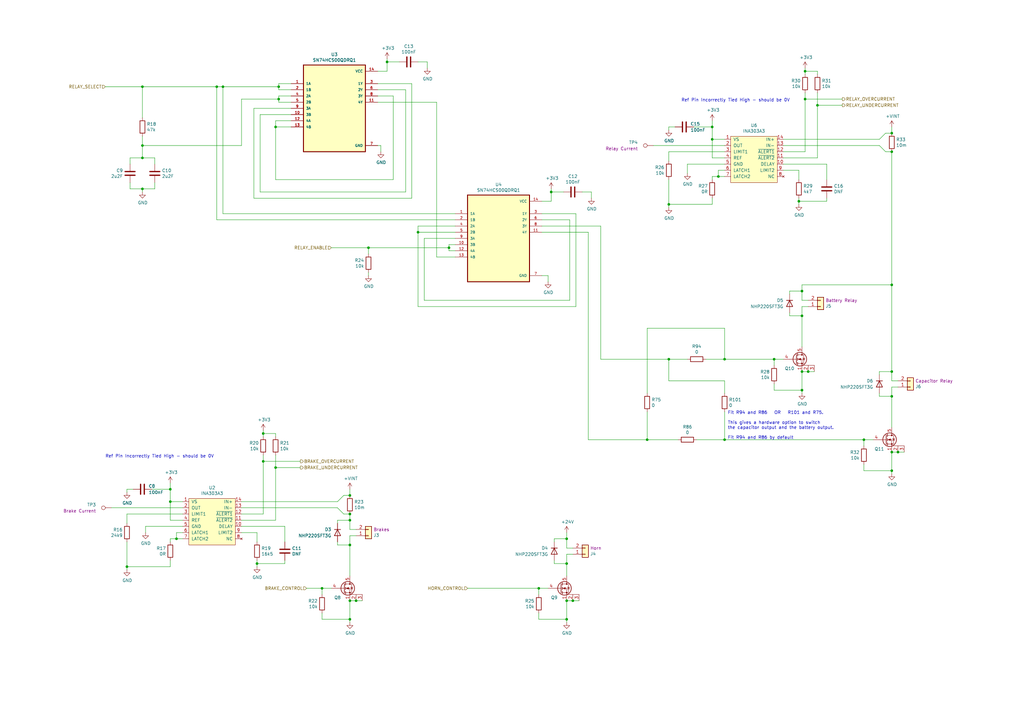
<source format=kicad_sch>
(kicad_sch (version 20211123) (generator eeschema)

  (uuid e93952e0-b012-4dcc-a5ce-167d55bdd575)

  (paper "A3")

  (title_block
    (title "Loco Main Board")
    (date "2021-05-26")
    (rev "vA")
    (comment 1 "JB/MJ")
    (comment 2 "MJ")
  )

  (lib_symbols
    (symbol "RCAS_Connectors_Generic:Conn_01x02" (pin_names (offset 1.016) hide) (in_bom yes) (on_board yes)
      (property "Reference" "J" (id 0) (at 0 2.54 0)
        (effects (font (size 1.27 1.27)))
      )
      (property "Value" "Conn_01x02" (id 1) (at 0 -5.08 0)
        (effects (font (size 1.27 1.27)))
      )
      (property "Footprint" "" (id 2) (at 0 0 0)
        (effects (font (size 1.27 1.27)) hide)
      )
      (property "Datasheet" "~" (id 3) (at 0 0 0)
        (effects (font (size 1.27 1.27)) hide)
      )
      (property "ki_keywords" "connector" (id 4) (at 0 0 0)
        (effects (font (size 1.27 1.27)) hide)
      )
      (property "ki_description" "Generic connector, single row, 01x02, script generated (kicad-library-utils/schlib/autogen/connector/)" (id 5) (at 0 0 0)
        (effects (font (size 1.27 1.27)) hide)
      )
      (property "ki_fp_filters" "Connector*:*_1x??_*" (id 6) (at 0 0 0)
        (effects (font (size 1.27 1.27)) hide)
      )
      (symbol "Conn_01x02_1_1"
        (rectangle (start -1.27 -2.413) (end 0 -2.667)
          (stroke (width 0.1524) (type default) (color 0 0 0 0))
          (fill (type none))
        )
        (rectangle (start -1.27 0.127) (end 0 -0.127)
          (stroke (width 0.1524) (type default) (color 0 0 0 0))
          (fill (type none))
        )
        (rectangle (start -1.27 1.27) (end 1.27 -3.81)
          (stroke (width 0.254) (type default) (color 0 0 0 0))
          (fill (type background))
        )
        (pin passive line (at -5.08 0 0) (length 3.81)
          (name "Pin_1" (effects (font (size 1.27 1.27))))
          (number "1" (effects (font (size 1.27 1.27))))
        )
        (pin passive line (at -5.08 -2.54 0) (length 3.81)
          (name "Pin_2" (effects (font (size 1.27 1.27))))
          (number "2" (effects (font (size 1.27 1.27))))
        )
      )
    )
    (symbol "RCAS_Diodes:D" (pin_numbers hide) (pin_names (offset 1.016) hide) (in_bom yes) (on_board yes)
      (property "Reference" "D" (id 0) (at 0 2.54 0)
        (effects (font (size 1.27 1.27)))
      )
      (property "Value" "D" (id 1) (at 0 -2.54 0)
        (effects (font (size 1.27 1.27)))
      )
      (property "Footprint" "" (id 2) (at 0 0 0)
        (effects (font (size 1.27 1.27)) hide)
      )
      (property "Datasheet" "~" (id 3) (at 0 0 0)
        (effects (font (size 1.27 1.27)) hide)
      )
      (property "ki_keywords" "diode" (id 4) (at 0 0 0)
        (effects (font (size 1.27 1.27)) hide)
      )
      (property "ki_description" "Diode" (id 5) (at 0 0 0)
        (effects (font (size 1.27 1.27)) hide)
      )
      (property "ki_fp_filters" "TO-???* *_Diode_* *SingleDiode* D_*" (id 6) (at 0 0 0)
        (effects (font (size 1.27 1.27)) hide)
      )
      (symbol "D_0_1"
        (polyline
          (pts
            (xy -1.27 1.27)
            (xy -1.27 -1.27)
          )
          (stroke (width 0.254) (type default) (color 0 0 0 0))
          (fill (type none))
        )
        (polyline
          (pts
            (xy 1.27 0)
            (xy -1.27 0)
          )
          (stroke (width 0) (type default) (color 0 0 0 0))
          (fill (type none))
        )
        (polyline
          (pts
            (xy 1.27 1.27)
            (xy 1.27 -1.27)
            (xy -1.27 0)
            (xy 1.27 1.27)
          )
          (stroke (width 0.254) (type default) (color 0 0 0 0))
          (fill (type none))
        )
      )
      (symbol "D_1_1"
        (pin passive line (at -3.81 0 0) (length 2.54)
          (name "K" (effects (font (size 1.27 1.27))))
          (number "1" (effects (font (size 1.27 1.27))))
        )
        (pin passive line (at 3.81 0 180) (length 2.54)
          (name "A" (effects (font (size 1.27 1.27))))
          (number "2" (effects (font (size 1.27 1.27))))
        )
      )
    )
    (symbol "RCAS_FETs:Q_NMOS_SSSGD" (pin_names (offset 0) hide) (in_bom yes) (on_board yes)
      (property "Reference" "Q" (id 0) (at 5.08 1.27 0)
        (effects (font (size 1.27 1.27)) (justify left))
      )
      (property "Value" "Q_NMOS_SSSGD" (id 1) (at 5.08 -1.27 0)
        (effects (font (size 1.27 1.27)) (justify left))
      )
      (property "Footprint" "" (id 2) (at 5.08 2.54 0)
        (effects (font (size 1.27 1.27)) hide)
      )
      (property "Datasheet" "~" (id 3) (at 0 0 0)
        (effects (font (size 1.27 1.27)) hide)
      )
      (property "ki_keywords" "transistor NMOS N-MOS N-MOSFET" (id 4) (at 0 0 0)
        (effects (font (size 1.27 1.27)) hide)
      )
      (property "ki_description" "N-MOSFET transistor, source 1-3, gate 4, drain 5 (5-8) for TDSON-8" (id 5) (at 0 0 0)
        (effects (font (size 1.27 1.27)) hide)
      )
      (symbol "Q_NMOS_SSSGD_0_1"
        (polyline
          (pts
            (xy 0.254 0)
            (xy -2.54 0)
          )
          (stroke (width 0) (type default) (color 0 0 0 0))
          (fill (type none))
        )
        (polyline
          (pts
            (xy 0.254 1.905)
            (xy 0.254 -1.905)
          )
          (stroke (width 0.254) (type default) (color 0 0 0 0))
          (fill (type none))
        )
        (polyline
          (pts
            (xy 0.762 -1.27)
            (xy 0.762 -2.286)
          )
          (stroke (width 0.254) (type default) (color 0 0 0 0))
          (fill (type none))
        )
        (polyline
          (pts
            (xy 0.762 0.508)
            (xy 0.762 -0.508)
          )
          (stroke (width 0.254) (type default) (color 0 0 0 0))
          (fill (type none))
        )
        (polyline
          (pts
            (xy 0.762 2.286)
            (xy 0.762 1.27)
          )
          (stroke (width 0.254) (type default) (color 0 0 0 0))
          (fill (type none))
        )
        (polyline
          (pts
            (xy 2.54 2.54)
            (xy 2.54 1.778)
          )
          (stroke (width 0) (type default) (color 0 0 0 0))
          (fill (type none))
        )
        (polyline
          (pts
            (xy 7.62 -2.54)
            (xy 2.54 -2.54)
          )
          (stroke (width 0) (type default) (color 0 0 0 0))
          (fill (type none))
        )
        (polyline
          (pts
            (xy 2.54 -2.54)
            (xy 2.54 0)
            (xy 0.762 0)
          )
          (stroke (width 0) (type default) (color 0 0 0 0))
          (fill (type none))
        )
        (polyline
          (pts
            (xy 0.762 -1.778)
            (xy 3.302 -1.778)
            (xy 3.302 1.778)
            (xy 0.762 1.778)
          )
          (stroke (width 0) (type default) (color 0 0 0 0))
          (fill (type none))
        )
        (polyline
          (pts
            (xy 1.016 0)
            (xy 2.032 0.381)
            (xy 2.032 -0.381)
            (xy 1.016 0)
          )
          (stroke (width 0) (type default) (color 0 0 0 0))
          (fill (type outline))
        )
        (polyline
          (pts
            (xy 2.794 0.508)
            (xy 2.921 0.381)
            (xy 3.683 0.381)
            (xy 3.81 0.254)
          )
          (stroke (width 0) (type default) (color 0 0 0 0))
          (fill (type none))
        )
        (polyline
          (pts
            (xy 3.302 0.381)
            (xy 2.921 -0.254)
            (xy 3.683 -0.254)
            (xy 3.302 0.381)
          )
          (stroke (width 0) (type default) (color 0 0 0 0))
          (fill (type none))
        )
        (circle (center 1.651 0) (radius 2.794)
          (stroke (width 0.254) (type default) (color 0 0 0 0))
          (fill (type none))
        )
        (circle (center 2.54 -1.778) (radius 0.254)
          (stroke (width 0) (type default) (color 0 0 0 0))
          (fill (type outline))
        )
        (circle (center 2.54 1.778) (radius 0.254)
          (stroke (width 0) (type default) (color 0 0 0 0))
          (fill (type outline))
        )
      )
      (symbol "Q_NMOS_SSSGD_1_1"
        (pin passive line (at 2.54 -5.08 90) (length 2.54)
          (name "S" (effects (font (size 1.27 1.27))))
          (number "1" (effects (font (size 1.27 1.27))))
        )
        (pin passive line (at 5.08 -5.08 90) (length 2.54)
          (name "D" (effects (font (size 1.27 1.27))))
          (number "2" (effects (font (size 1.27 1.27))))
        )
        (pin passive line (at 7.62 -5.08 90) (length 2.54)
          (name "D" (effects (font (size 1.27 1.27))))
          (number "3" (effects (font (size 1.27 1.27))))
        )
        (pin input line (at -5.08 0 0) (length 2.54)
          (name "G" (effects (font (size 1.27 1.27))))
          (number "4" (effects (font (size 1.27 1.27))))
        )
        (pin passive line (at 2.54 5.08 270) (length 2.54)
          (name "D" (effects (font (size 1.27 1.27))))
          (number "5" (effects (font (size 1.27 1.27))))
        )
      )
    )
    (symbol "RCAS_Passives:Capacitor" (pin_numbers hide) (pin_names (offset 0.254)) (in_bom yes) (on_board yes)
      (property "Reference" "C" (id 0) (at 0.635 2.54 0)
        (effects (font (size 1.27 1.27)) (justify left))
      )
      (property "Value" "Capacitor" (id 1) (at 0.635 -2.54 0)
        (effects (font (size 1.27 1.27)) (justify left))
      )
      (property "Footprint" "" (id 2) (at 0.9652 -3.81 0)
        (effects (font (size 1.27 1.27)) hide)
      )
      (property "Datasheet" "~" (id 3) (at 0 0 0)
        (effects (font (size 1.27 1.27)) hide)
      )
      (property "ki_keywords" "cap capacitor" (id 4) (at 0 0 0)
        (effects (font (size 1.27 1.27)) hide)
      )
      (property "ki_description" "Unpolarized capacitor" (id 5) (at 0 0 0)
        (effects (font (size 1.27 1.27)) hide)
      )
      (property "ki_fp_filters" "C_*" (id 6) (at 0 0 0)
        (effects (font (size 1.27 1.27)) hide)
      )
      (symbol "Capacitor_0_1"
        (polyline
          (pts
            (xy -2.032 -0.762)
            (xy 2.032 -0.762)
          )
          (stroke (width 0.508) (type default) (color 0 0 0 0))
          (fill (type none))
        )
        (polyline
          (pts
            (xy -2.032 0.762)
            (xy 2.032 0.762)
          )
          (stroke (width 0.508) (type default) (color 0 0 0 0))
          (fill (type none))
        )
      )
      (symbol "Capacitor_1_1"
        (pin passive line (at 0 3.81 270) (length 2.794)
          (name "~" (effects (font (size 1.27 1.27))))
          (number "1" (effects (font (size 1.27 1.27))))
        )
        (pin passive line (at 0 -3.81 90) (length 2.794)
          (name "~" (effects (font (size 1.27 1.27))))
          (number "2" (effects (font (size 1.27 1.27))))
        )
      )
    )
    (symbol "RCAS_Passives:Resistor" (pin_numbers hide) (pin_names (offset 0)) (in_bom yes) (on_board yes)
      (property "Reference" "R" (id 0) (at 2.032 0 90)
        (effects (font (size 1.27 1.27)))
      )
      (property "Value" "Resistor" (id 1) (at 0 0 90)
        (effects (font (size 1.27 1.27)))
      )
      (property "Footprint" "" (id 2) (at -1.778 0 90)
        (effects (font (size 1.27 1.27)) hide)
      )
      (property "Datasheet" "~" (id 3) (at 0 0 0)
        (effects (font (size 1.27 1.27)) hide)
      )
      (property "ki_keywords" "R res resistor" (id 4) (at 0 0 0)
        (effects (font (size 1.27 1.27)) hide)
      )
      (property "ki_description" "Resistor" (id 5) (at 0 0 0)
        (effects (font (size 1.27 1.27)) hide)
      )
      (property "ki_fp_filters" "R_*" (id 6) (at 0 0 0)
        (effects (font (size 1.27 1.27)) hide)
      )
      (symbol "Resistor_0_1"
        (rectangle (start -1.016 -2.54) (end 1.016 2.54)
          (stroke (width 0.254) (type default) (color 0 0 0 0))
          (fill (type none))
        )
      )
      (symbol "Resistor_1_1"
        (pin passive line (at 0 3.81 270) (length 1.27)
          (name "~" (effects (font (size 1.27 1.27))))
          (number "1" (effects (font (size 1.27 1.27))))
        )
        (pin passive line (at 0 -3.81 90) (length 1.27)
          (name "~" (effects (font (size 1.27 1.27))))
          (number "2" (effects (font (size 1.27 1.27))))
        )
      )
    )
    (symbol "RCAS_Power_Management:INA303" (pin_names (offset 1.016)) (in_bom yes) (on_board yes)
      (property "Reference" "U" (id 0) (at 0 -12.7 0)
        (effects (font (size 1.27 1.27)))
      )
      (property "Value" "INA303" (id 1) (at 0 10.16 0)
        (effects (font (size 1.27 1.27)))
      )
      (property "Footprint" "" (id 2) (at 0 -12.7 0)
        (effects (font (size 1.27 1.27)) hide)
      )
      (property "Datasheet" "https://www.ti.com/lit/ds/symlink/ina303.pdf" (id 3) (at 0 -12.7 0)
        (effects (font (size 1.27 1.27)) hide)
      )
      (property "ki_description" "36-V, Overcurrent Protection, Precision, Current-Sense Amplifiers With Dual Integrated Comparators" (id 4) (at 0 0 0)
        (effects (font (size 1.27 1.27)) hide)
      )
      (symbol "INA303_0_1"
        (rectangle (start -3.81 7.62) (end 15.24 -11.43)
          (stroke (width 0) (type default) (color 0 0 0 0))
          (fill (type background))
        )
      )
      (symbol "INA303_1_1"
        (pin power_in line (at -6.35 6.35 0) (length 2.54)
          (name "VS" (effects (font (size 1.27 1.27))))
          (number "1" (effects (font (size 1.27 1.27))))
        )
        (pin input line (at 17.78 -3.81 180) (length 2.54)
          (name "DELAY" (effects (font (size 1.27 1.27))))
          (number "10" (effects (font (size 1.27 1.27))))
        )
        (pin output line (at 17.78 -1.27 180) (length 2.54)
          (name "~{ALERT2}" (effects (font (size 1.27 1.27))))
          (number "11" (effects (font (size 1.27 1.27))))
        )
        (pin output line (at 17.78 1.27 180) (length 2.54)
          (name "~{ALERT1}" (effects (font (size 1.27 1.27))))
          (number "12" (effects (font (size 1.27 1.27))))
        )
        (pin input line (at 17.78 3.81 180) (length 2.54)
          (name "IN-" (effects (font (size 1.27 1.27))))
          (number "13" (effects (font (size 1.27 1.27))))
        )
        (pin input line (at 17.78 6.35 180) (length 2.54)
          (name "IN+" (effects (font (size 1.27 1.27))))
          (number "14" (effects (font (size 1.27 1.27))))
        )
        (pin output line (at -6.35 3.81 0) (length 2.54)
          (name "OUT" (effects (font (size 1.27 1.27))))
          (number "2" (effects (font (size 1.27 1.27))))
        )
        (pin input line (at -6.35 1.27 0) (length 2.54)
          (name "LIMIT1" (effects (font (size 1.27 1.27))))
          (number "3" (effects (font (size 1.27 1.27))))
        )
        (pin input line (at -6.35 -1.27 0) (length 2.54)
          (name "REF" (effects (font (size 1.27 1.27))))
          (number "4" (effects (font (size 1.27 1.27))))
        )
        (pin bidirectional line (at -6.35 -3.81 0) (length 2.54)
          (name "GND" (effects (font (size 1.27 1.27))))
          (number "5" (effects (font (size 1.27 1.27))))
        )
        (pin input line (at -6.35 -6.35 0) (length 2.54)
          (name "LATCH1" (effects (font (size 1.27 1.27))))
          (number "6" (effects (font (size 1.27 1.27))))
        )
        (pin input line (at -6.35 -8.89 0) (length 2.54)
          (name "LATCH2" (effects (font (size 1.27 1.27))))
          (number "7" (effects (font (size 1.27 1.27))))
        )
        (pin no_connect line (at 17.78 -8.89 180) (length 2.54)
          (name "NC" (effects (font (size 1.27 1.27))))
          (number "8" (effects (font (size 1.27 1.27))))
        )
        (pin input line (at 17.78 -6.35 180) (length 2.54)
          (name "LIMIT2" (effects (font (size 1.27 1.27))))
          (number "9" (effects (font (size 1.27 1.27))))
        )
      )
    )
    (symbol "RCAS_Power_Symbols:+24V0" (power) (pin_names (offset 0)) (in_bom yes) (on_board yes)
      (property "Reference" "#PWR" (id 0) (at 0 -3.81 0)
        (effects (font (size 1.27 1.27)) hide)
      )
      (property "Value" "+24V0" (id 1) (at 0 3.556 0)
        (effects (font (size 1.27 1.27)))
      )
      (property "Footprint" "" (id 2) (at 0 0 0)
        (effects (font (size 1.27 1.27)) hide)
      )
      (property "Datasheet" "" (id 3) (at 0 0 0)
        (effects (font (size 1.27 1.27)) hide)
      )
      (property "ki_keywords" "power-flag" (id 4) (at 0 0 0)
        (effects (font (size 1.27 1.27)) hide)
      )
      (property "ki_description" "Power symbol creates a global label with name \"+24V0\"" (id 5) (at 0 0 0)
        (effects (font (size 1.27 1.27)) hide)
      )
      (symbol "+24V0_0_1"
        (polyline
          (pts
            (xy -0.762 1.27)
            (xy 0 2.54)
          )
          (stroke (width 0) (type default) (color 0 0 0 0))
          (fill (type none))
        )
        (polyline
          (pts
            (xy 0 0)
            (xy 0 2.54)
          )
          (stroke (width 0) (type default) (color 0 0 0 0))
          (fill (type none))
        )
        (polyline
          (pts
            (xy 0 2.54)
            (xy 0.762 1.27)
          )
          (stroke (width 0) (type default) (color 0 0 0 0))
          (fill (type none))
        )
      )
      (symbol "+24V0_1_1"
        (pin power_in line (at 0 0 90) (length 0) hide
          (name "+24V" (effects (font (size 1.27 1.27))))
          (number "1" (effects (font (size 1.27 1.27))))
        )
      )
    )
    (symbol "RCAS_Power_Symbols:+3V3" (power) (pin_names (offset 0)) (in_bom yes) (on_board yes)
      (property "Reference" "#PWR" (id 0) (at 0 -3.81 0)
        (effects (font (size 1.27 1.27)) hide)
      )
      (property "Value" "+3V3" (id 1) (at 0 3.556 0)
        (effects (font (size 1.27 1.27)))
      )
      (property "Footprint" "" (id 2) (at 0 0 0)
        (effects (font (size 1.27 1.27)) hide)
      )
      (property "Datasheet" "" (id 3) (at 0 0 0)
        (effects (font (size 1.27 1.27)) hide)
      )
      (property "ki_keywords" "power-flag" (id 4) (at 0 0 0)
        (effects (font (size 1.27 1.27)) hide)
      )
      (property "ki_description" "Power symbol creates a global label with name \"+3V3\"" (id 5) (at 0 0 0)
        (effects (font (size 1.27 1.27)) hide)
      )
      (symbol "+3V3_0_1"
        (polyline
          (pts
            (xy -0.762 1.27)
            (xy 0 2.54)
          )
          (stroke (width 0) (type default) (color 0 0 0 0))
          (fill (type none))
        )
        (polyline
          (pts
            (xy 0 0)
            (xy 0 2.54)
          )
          (stroke (width 0) (type default) (color 0 0 0 0))
          (fill (type none))
        )
        (polyline
          (pts
            (xy 0 2.54)
            (xy 0.762 1.27)
          )
          (stroke (width 0) (type default) (color 0 0 0 0))
          (fill (type none))
        )
      )
      (symbol "+3V3_1_1"
        (pin power_in line (at 0 0 90) (length 0) hide
          (name "+3V3" (effects (font (size 1.27 1.27))))
          (number "1" (effects (font (size 1.27 1.27))))
        )
      )
    )
    (symbol "RCAS_Power_Symbols:+VINT" (power) (pin_names (offset 0)) (in_bom yes) (on_board yes)
      (property "Reference" "#PWR" (id 0) (at 0 -3.81 0)
        (effects (font (size 1.27 1.27)) hide)
      )
      (property "Value" "+VINT" (id 1) (at 0 3.556 0)
        (effects (font (size 1.27 1.27)))
      )
      (property "Footprint" "" (id 2) (at 0 0 0)
        (effects (font (size 1.27 1.27)) hide)
      )
      (property "Datasheet" "" (id 3) (at 0 0 0)
        (effects (font (size 1.27 1.27)) hide)
      )
      (property "ki_keywords" "power-flag" (id 4) (at 0 0 0)
        (effects (font (size 1.27 1.27)) hide)
      )
      (property "ki_description" "Power symbol creates a global label with name \"+VINT\"" (id 5) (at 0 0 0)
        (effects (font (size 1.27 1.27)) hide)
      )
      (symbol "+VINT_0_1"
        (polyline
          (pts
            (xy -0.762 1.27)
            (xy 0 2.54)
          )
          (stroke (width 0) (type default) (color 0 0 0 0))
          (fill (type none))
        )
        (polyline
          (pts
            (xy 0 0)
            (xy 0 2.54)
          )
          (stroke (width 0) (type default) (color 0 0 0 0))
          (fill (type none))
        )
        (polyline
          (pts
            (xy 0 2.54)
            (xy 0.762 1.27)
          )
          (stroke (width 0) (type default) (color 0 0 0 0))
          (fill (type none))
        )
      )
      (symbol "+VINT_1_1"
        (pin power_in line (at 0 0 90) (length 0) hide
          (name "+VINT" (effects (font (size 1.27 1.27))))
          (number "1" (effects (font (size 1.27 1.27))))
        )
      )
    )
    (symbol "RCAS_Power_Symbols:GND" (power) (pin_names (offset 0)) (in_bom yes) (on_board yes)
      (property "Reference" "#PWR" (id 0) (at 0 -6.35 0)
        (effects (font (size 1.27 1.27)) hide)
      )
      (property "Value" "GND" (id 1) (at 0 -3.81 0)
        (effects (font (size 1.27 1.27)))
      )
      (property "Footprint" "" (id 2) (at 0 0 0)
        (effects (font (size 1.27 1.27)) hide)
      )
      (property "Datasheet" "" (id 3) (at 0 0 0)
        (effects (font (size 1.27 1.27)) hide)
      )
      (property "ki_keywords" "power-flag" (id 4) (at 0 0 0)
        (effects (font (size 1.27 1.27)) hide)
      )
      (property "ki_description" "Power symbol creates a global label with name \"GND\" , ground" (id 5) (at 0 0 0)
        (effects (font (size 1.27 1.27)) hide)
      )
      (symbol "GND_0_1"
        (polyline
          (pts
            (xy 0 0)
            (xy 0 -1.27)
            (xy 1.27 -1.27)
            (xy 0 -2.54)
            (xy -1.27 -1.27)
            (xy 0 -1.27)
          )
          (stroke (width 0) (type default) (color 0 0 0 0))
          (fill (type none))
        )
      )
      (symbol "GND_1_1"
        (pin power_in line (at 0 0 270) (length 0) hide
          (name "GND" (effects (font (size 1.27 1.27))))
          (number "1" (effects (font (size 1.27 1.27))))
        )
      )
    )
    (symbol "RCAS_Test_Points:TestPoint" (pin_numbers hide) (pin_names (offset 0.762) hide) (in_bom yes) (on_board yes)
      (property "Reference" "TP" (id 0) (at 0 6.858 0)
        (effects (font (size 1.27 1.27)))
      )
      (property "Value" "TestPoint" (id 1) (at 0 5.08 0)
        (effects (font (size 1.27 1.27)))
      )
      (property "Footprint" "" (id 2) (at 5.08 0 0)
        (effects (font (size 1.27 1.27)) hide)
      )
      (property "Datasheet" "~" (id 3) (at 5.08 0 0)
        (effects (font (size 1.27 1.27)) hide)
      )
      (property "ki_keywords" "test point tp" (id 4) (at 0 0 0)
        (effects (font (size 1.27 1.27)) hide)
      )
      (property "ki_description" "test point" (id 5) (at 0 0 0)
        (effects (font (size 1.27 1.27)) hide)
      )
      (property "ki_fp_filters" "Pin* Test*" (id 6) (at 0 0 0)
        (effects (font (size 1.27 1.27)) hide)
      )
      (symbol "TestPoint_0_1"
        (circle (center 0 3.302) (radius 0.762)
          (stroke (width 0) (type default) (color 0 0 0 0))
          (fill (type none))
        )
      )
      (symbol "TestPoint_1_1"
        (pin passive line (at 0 0 90) (length 2.54)
          (name "1" (effects (font (size 1.27 1.27))))
          (number "1" (effects (font (size 1.27 1.27))))
        )
      )
    )
    (symbol "SN74HCS00QDRQ1:SN74HCS00QDRQ1" (pin_names (offset 1.016)) (in_bom yes) (on_board yes)
      (property "Reference" "U" (id 0) (at -12.7 18.7706 0)
        (effects (font (size 1.27 1.27)) (justify left bottom))
      )
      (property "Value" "SN74HCS00QDRQ1" (id 1) (at -12.7 -21.7678 0)
        (effects (font (size 1.27 1.27)) (justify left bottom))
      )
      (property "Footprint" "SN74HCS00QDRQ1" (id 2) (at 0 0 0)
        (effects (font (size 1.27 1.27)) (justify left bottom) hide)
      )
      (property "Datasheet" "" (id 3) (at 0 0 0)
        (effects (font (size 1.27 1.27)) (justify left bottom) hide)
      )
      (property "ki_locked" "" (id 4) (at 0 0 0)
        (effects (font (size 1.27 1.27)))
      )
      (symbol "SN74HCS00QDRQ1_0_0"
        (rectangle (start -12.7 -17.78) (end 12.7 17.78)
          (stroke (width 0.4064) (type default) (color 0 0 0 0))
          (fill (type background))
        )
        (pin input line (at -17.78 10.16 0) (length 5.08)
          (name "1A" (effects (font (size 1.016 1.016))))
          (number "1" (effects (font (size 1.016 1.016))))
        )
        (pin input line (at -17.78 -2.54 0) (length 5.08)
          (name "3B" (effects (font (size 1.016 1.016))))
          (number "10" (effects (font (size 1.016 1.016))))
        )
        (pin output line (at 17.78 2.54 180) (length 5.08)
          (name "4Y" (effects (font (size 1.016 1.016))))
          (number "11" (effects (font (size 1.016 1.016))))
        )
        (pin input line (at -17.78 -5.08 0) (length 5.08)
          (name "4A" (effects (font (size 1.016 1.016))))
          (number "12" (effects (font (size 1.016 1.016))))
        )
        (pin input line (at -17.78 -7.62 0) (length 5.08)
          (name "4B" (effects (font (size 1.016 1.016))))
          (number "13" (effects (font (size 1.016 1.016))))
        )
        (pin power_in line (at 17.78 15.24 180) (length 5.08)
          (name "VCC" (effects (font (size 1.016 1.016))))
          (number "14" (effects (font (size 1.016 1.016))))
        )
        (pin input line (at -17.78 7.62 0) (length 5.08)
          (name "1B" (effects (font (size 1.016 1.016))))
          (number "2" (effects (font (size 1.016 1.016))))
        )
        (pin output line (at 17.78 10.16 180) (length 5.08)
          (name "1Y" (effects (font (size 1.016 1.016))))
          (number "3" (effects (font (size 1.016 1.016))))
        )
        (pin input line (at -17.78 5.08 0) (length 5.08)
          (name "2A" (effects (font (size 1.016 1.016))))
          (number "4" (effects (font (size 1.016 1.016))))
        )
        (pin input line (at -17.78 2.54 0) (length 5.08)
          (name "2B" (effects (font (size 1.016 1.016))))
          (number "5" (effects (font (size 1.016 1.016))))
        )
        (pin output line (at 17.78 7.62 180) (length 5.08)
          (name "2Y" (effects (font (size 1.016 1.016))))
          (number "6" (effects (font (size 1.016 1.016))))
        )
        (pin power_in line (at 17.78 -15.24 180) (length 5.08)
          (name "GND" (effects (font (size 1.016 1.016))))
          (number "7" (effects (font (size 1.016 1.016))))
        )
        (pin output line (at 17.78 5.08 180) (length 5.08)
          (name "3Y" (effects (font (size 1.016 1.016))))
          (number "8" (effects (font (size 1.016 1.016))))
        )
        (pin input line (at -17.78 0 0) (length 5.08)
          (name "3A" (effects (font (size 1.016 1.016))))
          (number "9" (effects (font (size 1.016 1.016))))
        )
      )
    )
  )

  (junction (at 107.95 189.23) (diameter 0) (color 0 0 0 0)
    (uuid 0106ccf0-8034-415a-8047-b288cb28580b)
  )
  (junction (at 292.1 52.07) (diameter 0) (color 0 0 0 0)
    (uuid 024cc201-4a12-4ae8-bfab-38147f08c82b)
  )
  (junction (at 274.32 83.82) (diameter 0) (color 0 0 0 0)
    (uuid 045e2b02-bbb9-4128-b50f-816a961b17ef)
  )
  (junction (at 365.76 162.56) (diameter 0) (color 0 0 0 0)
    (uuid 06a29087-be12-4782-ab0c-68019175faac)
  )
  (junction (at 232.41 231.14) (diameter 0) (color 0 0 0 0)
    (uuid 0f6ca36b-4e91-4d2e-9f6d-1a233014754f)
  )
  (junction (at 365.76 152.4) (diameter 0) (color 0 0 0 0)
    (uuid 162f154d-2c07-4117-86f4-e015b02985f7)
  )
  (junction (at 58.42 64.77) (diameter 0) (color 0 0 0 0)
    (uuid 16e7dd30-8a60-41e6-8325-60db1ff50bda)
  )
  (junction (at 69.85 200.66) (diameter 0) (color 0 0 0 0)
    (uuid 22f1a18b-d140-451a-a871-4c11294da049)
  )
  (junction (at 232.41 220.98) (diameter 0) (color 0 0 0 0)
    (uuid 245ce96e-de23-4c93-af58-f40e4cd70189)
  )
  (junction (at 335.28 43.18) (diameter 0) (color 0 0 0 0)
    (uuid 27260fd1-7e11-444d-9206-9db48718c252)
  )
  (junction (at 143.51 210.82) (diameter 0) (color 0 0 0 0)
    (uuid 2a093840-0bdf-41ea-a70e-7ac20376c639)
  )
  (junction (at 143.51 254) (diameter 0) (color 0 0 0 0)
    (uuid 2a5ed4f1-2e39-45ae-bf53-791630bc4cad)
  )
  (junction (at 107.95 177.8) (diameter 0) (color 0 0 0 0)
    (uuid 2cdac68d-7c68-4dee-83f4-c82da698979f)
  )
  (junction (at 158.75 25.4) (diameter 0) (color 0 0 0 0)
    (uuid 2f21cb60-1df5-4469-8858-6fe21b88fa8a)
  )
  (junction (at 365.76 185.42) (diameter 0) (color 0 0 0 0)
    (uuid 3b0df787-46aa-47b2-a11b-96df99f09a2e)
  )
  (junction (at 331.47 152.4) (diameter 0) (color 0 0 0 0)
    (uuid 3f2f1aeb-24f2-4597-bbb9-54b12c752d6f)
  )
  (junction (at 184.15 101.6) (diameter 0) (color 0 0 0 0)
    (uuid 3f473a8d-2328-4446-9e36-aaf72c0dfceb)
  )
  (junction (at 274.32 147.32) (diameter 0) (color 0 0 0 0)
    (uuid 3f787304-0f09-428f-9615-a178d53b5ed2)
  )
  (junction (at 151.13 101.6) (diameter 0) (color 0 0 0 0)
    (uuid 45580b2c-f853-4bae-b48d-8b2b7a8c9649)
  )
  (junction (at 146.05 246.38) (diameter 0) (color 0 0 0 0)
    (uuid 5356313d-c6c9-4e43-8779-7f5954c39660)
  )
  (junction (at 232.41 254) (diameter 0) (color 0 0 0 0)
    (uuid 552d2777-af2b-41ec-a31e-cd43b7c8490e)
  )
  (junction (at 265.43 180.34) (diameter 0) (color 0 0 0 0)
    (uuid 56ff2288-13d4-4098-a5c7-84a24b2613d1)
  )
  (junction (at 297.18 180.34) (diameter 0) (color 0 0 0 0)
    (uuid 5b77bfad-fdd5-4e7d-86ed-ad21fd1ee4e0)
  )
  (junction (at 114.3 35.56) (diameter 0) (color 0 0 0 0)
    (uuid 684dd321-c877-439a-a4d1-bec26f55cf89)
  )
  (junction (at 52.07 232.41) (diameter 0) (color 0 0 0 0)
    (uuid 6d7c23f0-27c3-4fa6-89cc-f79a540be70c)
  )
  (junction (at 171.45 95.25) (diameter 0) (color 0 0 0 0)
    (uuid 6ec69bf0-bd27-4e31-8522-71d586cb9b08)
  )
  (junction (at 114.3 40.64) (diameter 0) (color 0 0 0 0)
    (uuid 716698ac-ed16-401e-958b-a147596def51)
  )
  (junction (at 330.2 29.21) (diameter 0) (color 0 0 0 0)
    (uuid 7243eb0d-2759-4180-82f4-00ea24b88636)
  )
  (junction (at 328.93 119.38) (diameter 0) (color 0 0 0 0)
    (uuid 7474435c-27e8-4a39-84b9-efe9d8235613)
  )
  (junction (at 88.9 35.56) (diameter 0) (color 0 0 0 0)
    (uuid 7af1455e-5ab2-4286-8c74-1c6dee563208)
  )
  (junction (at 105.41 231.14) (diameter 0) (color 0 0 0 0)
    (uuid 7b914471-3d1b-40f6-8fee-092f137ff2e0)
  )
  (junction (at 368.3 185.42) (diameter 0) (color 0 0 0 0)
    (uuid 7d6807f0-5c24-4921-bebf-780c435de47a)
  )
  (junction (at 143.51 223.52) (diameter 0) (color 0 0 0 0)
    (uuid 7ee86355-6575-4d7f-b27a-ccda75d5cc71)
  )
  (junction (at 220.98 241.3) (diameter 0) (color 0 0 0 0)
    (uuid 8106e159-fb99-406c-bc50-06500718779d)
  )
  (junction (at 365.76 193.04) (diameter 0) (color 0 0 0 0)
    (uuid 8a2de80f-1df5-4bd5-a81c-0dc71a22a3a3)
  )
  (junction (at 226.06 78.74) (diameter 0) (color 0 0 0 0)
    (uuid 8a68ab9f-49b9-4556-9773-ed86cd9bea27)
  )
  (junction (at 143.51 213.36) (diameter 0) (color 0 0 0 0)
    (uuid 9326384b-4777-4c92-aa2f-2d08e6267257)
  )
  (junction (at 232.41 246.38) (diameter 0) (color 0 0 0 0)
    (uuid 9397f066-146e-4896-a893-48ef11276451)
  )
  (junction (at 132.08 241.3) (diameter 0) (color 0 0 0 0)
    (uuid 9eb4c32c-a62b-416a-a386-ea1abd0b0a0d)
  )
  (junction (at 327.66 82.55) (diameter 0) (color 0 0 0 0)
    (uuid 9fb424fe-4f6c-4d22-8792-3bb91a9b6a60)
  )
  (junction (at 330.2 40.64) (diameter 0) (color 0 0 0 0)
    (uuid a060e16f-f275-448b-8fa2-1c2b832ead39)
  )
  (junction (at 113.03 52.07) (diameter 0) (color 0 0 0 0)
    (uuid a1df41ee-57e8-4cf8-a863-aa2ac7fada82)
  )
  (junction (at 292.1 57.15) (diameter 0) (color 0 0 0 0)
    (uuid a510e5e5-5ef7-4d6a-a501-65eee345df9c)
  )
  (junction (at 58.42 35.56) (diameter 0) (color 0 0 0 0)
    (uuid a9d015c2-a71b-46ad-b3a4-6eea7301ee51)
  )
  (junction (at 91.44 35.56) (diameter 0) (color 0 0 0 0)
    (uuid aa4294ff-e846-499a-a8cf-1632eb69d9c0)
  )
  (junction (at 365.76 54.61) (diameter 0) (color 0 0 0 0)
    (uuid b25d305d-f454-4595-910d-184c3b47ae06)
  )
  (junction (at 294.64 72.39) (diameter 0) (color 0 0 0 0)
    (uuid b80aa845-c1c7-4a36-86eb-13202c5b8807)
  )
  (junction (at 58.42 77.47) (diameter 0) (color 0 0 0 0)
    (uuid c148c1ef-0e9d-4e98-93bb-63ce4325ce1d)
  )
  (junction (at 365.76 116.84) (diameter 0) (color 0 0 0 0)
    (uuid c5500aa7-533e-4660-a458-6bb3014c7d4e)
  )
  (junction (at 143.51 203.2) (diameter 0) (color 0 0 0 0)
    (uuid c69d9541-5e9c-4448-bf12-ab294afe5277)
  )
  (junction (at 297.18 147.32) (diameter 0) (color 0 0 0 0)
    (uuid d51ba27b-8ed7-4eca-b0be-3ba1363dff58)
  )
  (junction (at 365.76 62.23) (diameter 0) (color 0 0 0 0)
    (uuid d6d675b8-f9ac-4030-acc8-a357acd0a266)
  )
  (junction (at 234.95 246.38) (diameter 0) (color 0 0 0 0)
    (uuid d8ac61b3-a533-4f15-9856-f7b341d352a1)
  )
  (junction (at 317.5 147.32) (diameter 0) (color 0 0 0 0)
    (uuid e29ecb3b-bdd4-4ff6-80c6-b91117ba47bf)
  )
  (junction (at 113.03 191.77) (diameter 0) (color 0 0 0 0)
    (uuid e93a39c0-ae2f-4d69-82ed-37fb069ff7a5)
  )
  (junction (at 72.39 220.98) (diameter 0) (color 0 0 0 0)
    (uuid ed06b896-4df0-4238-b6eb-bbbe5360e849)
  )
  (junction (at 143.51 246.38) (diameter 0) (color 0 0 0 0)
    (uuid efd7d119-139b-46c7-a740-b97f28a1acd9)
  )
  (junction (at 328.93 129.54) (diameter 0) (color 0 0 0 0)
    (uuid f1123692-e88c-4735-9dea-b1b05fe89dfa)
  )
  (junction (at 328.93 160.02) (diameter 0) (color 0 0 0 0)
    (uuid f1da6dec-d569-4cfe-b70b-354611bf1d93)
  )
  (junction (at 69.85 205.74) (diameter 0) (color 0 0 0 0)
    (uuid f75ebc7d-c37e-40c2-a424-54729f414b88)
  )
  (junction (at 58.42 59.69) (diameter 0) (color 0 0 0 0)
    (uuid f8371471-4211-4368-9dd3-157e5ded70c0)
  )
  (junction (at 354.33 180.34) (diameter 0) (color 0 0 0 0)
    (uuid fa9ed6b5-4e5c-4243-98fd-8dcda9f36d63)
  )
  (junction (at 328.93 152.4) (diameter 0) (color 0 0 0 0)
    (uuid fad34361-5673-4b6b-8616-ccc33cd00c24)
  )

  (wire (pts (xy 58.42 59.69) (xy 99.06 59.69))
    (stroke (width 0) (type default) (color 0 0 0 0))
    (uuid 02bac189-ce88-4201-a986-e602f9553dc1)
  )
  (wire (pts (xy 135.89 241.3) (xy 132.08 241.3))
    (stroke (width 0) (type default) (color 0 0 0 0))
    (uuid 035e0cf3-8ba7-4e18-8dd3-f8e636f1c886)
  )
  (wire (pts (xy 113.03 177.8) (xy 113.03 179.07))
    (stroke (width 0) (type default) (color 0 0 0 0))
    (uuid 03feac72-98b7-4654-a672-d344349eb6a0)
  )
  (wire (pts (xy 365.76 194.31) (xy 365.76 193.04))
    (stroke (width 0) (type default) (color 0 0 0 0))
    (uuid 049a81eb-a1e0-4ed0-b066-8d01132f517e)
  )
  (wire (pts (xy 330.2 62.23) (xy 321.31 62.23))
    (stroke (width 0) (type default) (color 0 0 0 0))
    (uuid 04ecc5b9-1245-4cd5-a81b-6d27476f97b6)
  )
  (wire (pts (xy 168.91 81.28) (xy 104.14 81.28))
    (stroke (width 0) (type default) (color 0 0 0 0))
    (uuid 056c9c13-522f-449c-84bd-83c95f6465a1)
  )
  (wire (pts (xy 330.2 40.64) (xy 330.2 62.23))
    (stroke (width 0) (type default) (color 0 0 0 0))
    (uuid 05c31076-da2c-45da-9c66-4c7e663f0d51)
  )
  (wire (pts (xy 274.32 147.32) (xy 281.94 147.32))
    (stroke (width 0) (type default) (color 0 0 0 0))
    (uuid 06bccb0b-2f4b-4092-834b-3871294199da)
  )
  (wire (pts (xy 339.09 73.66) (xy 339.09 67.31))
    (stroke (width 0) (type default) (color 0 0 0 0))
    (uuid 06c9fff9-d234-4acc-8340-4f6ddcba6a9a)
  )
  (wire (pts (xy 99.06 218.44) (xy 105.41 218.44))
    (stroke (width 0) (type default) (color 0 0 0 0))
    (uuid 0988bdab-20b2-4388-83a8-9cfbb33342b3)
  )
  (wire (pts (xy 232.41 255.27) (xy 232.41 254))
    (stroke (width 0) (type default) (color 0 0 0 0))
    (uuid 0db2329c-20dc-462b-b20a-ad6f2e2cbe93)
  )
  (wire (pts (xy 238.76 78.74) (xy 242.57 78.74))
    (stroke (width 0) (type default) (color 0 0 0 0))
    (uuid 0e37a1ae-bf06-4c70-ae4c-e7cee553b0b3)
  )
  (wire (pts (xy 143.51 219.71) (xy 143.51 223.52))
    (stroke (width 0) (type default) (color 0 0 0 0))
    (uuid 0fd3f13d-0c3f-4c8e-b91e-1739efdf550b)
  )
  (wire (pts (xy 154.94 36.83) (xy 166.37 36.83))
    (stroke (width 0) (type default) (color 0 0 0 0))
    (uuid 10d4acf9-eb07-4704-a954-054e4658f650)
  )
  (wire (pts (xy 292.1 72.39) (xy 292.1 73.66))
    (stroke (width 0) (type default) (color 0 0 0 0))
    (uuid 1108f7d7-1300-4e64-9d0c-b460edb02c0e)
  )
  (wire (pts (xy 327.66 82.55) (xy 339.09 82.55))
    (stroke (width 0) (type default) (color 0 0 0 0))
    (uuid 12b00521-7c4e-40ed-8476-41166bc98232)
  )
  (wire (pts (xy 132.08 241.3) (xy 125.73 241.3))
    (stroke (width 0) (type default) (color 0 0 0 0))
    (uuid 12b06950-23c0-46a3-97b4-485917511191)
  )
  (wire (pts (xy 53.34 64.77) (xy 58.42 64.77))
    (stroke (width 0) (type default) (color 0 0 0 0))
    (uuid 141d55e7-f9fa-486e-a08c-0c5785aa9581)
  )
  (wire (pts (xy 328.93 161.29) (xy 328.93 160.02))
    (stroke (width 0) (type default) (color 0 0 0 0))
    (uuid 1613aea2-74ff-456a-8f58-2ae446640750)
  )
  (wire (pts (xy 106.68 78.74) (xy 106.68 46.99))
    (stroke (width 0) (type default) (color 0 0 0 0))
    (uuid 18282a1a-7012-465b-b257-9994d1176f23)
  )
  (wire (pts (xy 143.51 254) (xy 143.51 246.38))
    (stroke (width 0) (type default) (color 0 0 0 0))
    (uuid 18918f47-bbcf-470e-91e3-9d9829868ca1)
  )
  (wire (pts (xy 146.05 246.38) (xy 143.51 246.38))
    (stroke (width 0) (type default) (color 0 0 0 0))
    (uuid 1947ea8e-3ea5-493b-ab1c-4e8c5a675398)
  )
  (wire (pts (xy 69.85 213.36) (xy 69.85 205.74))
    (stroke (width 0) (type default) (color 0 0 0 0))
    (uuid 1b0fa014-c61e-4314-8f3d-160bae26aa4c)
  )
  (wire (pts (xy 143.51 255.27) (xy 143.51 254))
    (stroke (width 0) (type default) (color 0 0 0 0))
    (uuid 1bc36098-a67a-43e9-af34-67229b47b5d8)
  )
  (wire (pts (xy 88.9 90.17) (xy 186.69 90.17))
    (stroke (width 0) (type default) (color 0 0 0 0))
    (uuid 1d5c7df0-522c-4a10-9a69-07abea9a1183)
  )
  (wire (pts (xy 154.94 39.37) (xy 161.29 39.37))
    (stroke (width 0) (type default) (color 0 0 0 0))
    (uuid 1e9dcbc0-ed04-41e3-9512-fbb37cd7d179)
  )
  (wire (pts (xy 163.83 25.4) (xy 158.75 25.4))
    (stroke (width 0) (type default) (color 0 0 0 0))
    (uuid 2097c02a-9419-426d-a010-cdecd44e7e36)
  )
  (wire (pts (xy 158.75 25.4) (xy 158.75 29.21))
    (stroke (width 0) (type default) (color 0 0 0 0))
    (uuid 2103272c-7211-4351-8c30-d9ee75c2fa7e)
  )
  (wire (pts (xy 233.68 90.17) (xy 233.68 123.19))
    (stroke (width 0) (type default) (color 0 0 0 0))
    (uuid 211ba5f5-6627-4b10-b9d4-2b719a124b05)
  )
  (wire (pts (xy 226.06 82.55) (xy 222.25 82.55))
    (stroke (width 0) (type default) (color 0 0 0 0))
    (uuid 2143a25a-25e8-4e2e-9312-ce2f7400ce5a)
  )
  (wire (pts (xy 179.07 105.41) (xy 186.69 105.41))
    (stroke (width 0) (type default) (color 0 0 0 0))
    (uuid 226e6848-5ca6-48e1-bb24-ee9637a3e720)
  )
  (wire (pts (xy 58.42 77.47) (xy 53.34 77.47))
    (stroke (width 0) (type default) (color 0 0 0 0))
    (uuid 22f315f8-0151-4d27-8242-3486735e4932)
  )
  (wire (pts (xy 114.3 34.29) (xy 114.3 35.56))
    (stroke (width 0) (type default) (color 0 0 0 0))
    (uuid 23714fc1-59db-4500-9d38-af86ea69fe3f)
  )
  (wire (pts (xy 241.3 95.25) (xy 222.25 95.25))
    (stroke (width 0) (type default) (color 0 0 0 0))
    (uuid 23b2684a-2e45-4486-8777-c94a6d847baf)
  )
  (wire (pts (xy 69.85 220.98) (xy 69.85 222.25))
    (stroke (width 0) (type default) (color 0 0 0 0))
    (uuid 26b5b06d-6731-4f1d-a50f-a1a758285eac)
  )
  (wire (pts (xy 184.15 101.6) (xy 184.15 102.87))
    (stroke (width 0) (type default) (color 0 0 0 0))
    (uuid 26cd24ad-dc7e-4f22-8cf0-d09179b0d265)
  )
  (wire (pts (xy 345.44 40.64) (xy 330.2 40.64))
    (stroke (width 0) (type default) (color 0 0 0 0))
    (uuid 27ab07ca-24f6-4b98-9e32-937f5364edd2)
  )
  (wire (pts (xy 148.59 246.38) (xy 146.05 246.38))
    (stroke (width 0) (type default) (color 0 0 0 0))
    (uuid 291cc86e-d7a1-4f14-983b-0e47c854bfea)
  )
  (wire (pts (xy 161.29 39.37) (xy 161.29 73.66))
    (stroke (width 0) (type default) (color 0 0 0 0))
    (uuid 29ba223f-0062-42d7-819b-390aa3bcacc3)
  )
  (wire (pts (xy 143.51 223.52) (xy 138.43 223.52))
    (stroke (width 0) (type default) (color 0 0 0 0))
    (uuid 2a3624de-1e65-44b5-8315-a1c35dfa4ff3)
  )
  (wire (pts (xy 294.64 69.85) (xy 294.64 72.39))
    (stroke (width 0) (type default) (color 0 0 0 0))
    (uuid 2d2a12db-b659-4807-8426-fec9fa84c156)
  )
  (wire (pts (xy 58.42 48.26) (xy 58.42 35.56))
    (stroke (width 0) (type default) (color 0 0 0 0))
    (uuid 2d2e3cbd-a7da-4440-b490-4f19b09f58e0)
  )
  (wire (pts (xy 72.39 220.98) (xy 69.85 220.98))
    (stroke (width 0) (type default) (color 0 0 0 0))
    (uuid 2e0de0fd-ad73-4e93-8d2e-96ad3d9f4bc7)
  )
  (wire (pts (xy 274.32 83.82) (xy 292.1 83.82))
    (stroke (width 0) (type default) (color 0 0 0 0))
    (uuid 2f389684-fc2a-46a1-b11d-5ff1e4efe356)
  )
  (wire (pts (xy 143.51 210.82) (xy 143.51 213.36))
    (stroke (width 0) (type default) (color 0 0 0 0))
    (uuid 2f3a1eef-c0ff-4ac8-8219-88f2fd3d4333)
  )
  (wire (pts (xy 154.94 34.29) (xy 168.91 34.29))
    (stroke (width 0) (type default) (color 0 0 0 0))
    (uuid 2f5f8e07-82d7-4697-8ac1-989270a8e323)
  )
  (wire (pts (xy 267.97 59.69) (xy 297.18 59.69))
    (stroke (width 0) (type default) (color 0 0 0 0))
    (uuid 2ff466f2-a10f-4d30-86d0-258970718dd1)
  )
  (wire (pts (xy 222.25 90.17) (xy 233.68 90.17))
    (stroke (width 0) (type default) (color 0 0 0 0))
    (uuid 306245f6-c9a6-4171-8c7a-27ad4c131cc8)
  )
  (wire (pts (xy 88.9 35.56) (xy 91.44 35.56))
    (stroke (width 0) (type default) (color 0 0 0 0))
    (uuid 35fc5917-85ed-430a-af29-e1aaa9fddb54)
  )
  (wire (pts (xy 339.09 82.55) (xy 339.09 81.28))
    (stroke (width 0) (type default) (color 0 0 0 0))
    (uuid 378d878c-684c-4413-91f7-56517fc1da45)
  )
  (wire (pts (xy 113.03 49.53) (xy 119.38 49.53))
    (stroke (width 0) (type default) (color 0 0 0 0))
    (uuid 388986aa-d9a5-485c-b2a5-20f9608e57de)
  )
  (wire (pts (xy 339.09 67.31) (xy 321.31 67.31))
    (stroke (width 0) (type default) (color 0 0 0 0))
    (uuid 3945bbe9-fa16-48fb-a830-b6e58168c3db)
  )
  (wire (pts (xy 297.18 67.31) (xy 281.94 67.31))
    (stroke (width 0) (type default) (color 0 0 0 0))
    (uuid 39b77ad4-840a-4880-8672-f09699d06495)
  )
  (wire (pts (xy 297.18 180.34) (xy 354.33 180.34))
    (stroke (width 0) (type default) (color 0 0 0 0))
    (uuid 3ae98a70-72b8-4d72-8f0c-ecef7b1ca6d6)
  )
  (wire (pts (xy 113.03 73.66) (xy 113.03 52.07))
    (stroke (width 0) (type default) (color 0 0 0 0))
    (uuid 3aed5f29-363b-4eca-a21e-756b68fe8f23)
  )
  (wire (pts (xy 345.44 43.18) (xy 335.28 43.18))
    (stroke (width 0) (type default) (color 0 0 0 0))
    (uuid 3b61ba43-a744-4e60-91dd-12af0722c056)
  )
  (wire (pts (xy 186.69 95.25) (xy 171.45 95.25))
    (stroke (width 0) (type default) (color 0 0 0 0))
    (uuid 3be5bd27-9454-4a5f-b633-97d435ecd4be)
  )
  (wire (pts (xy 58.42 59.69) (xy 58.42 64.77))
    (stroke (width 0) (type default) (color 0 0 0 0))
    (uuid 3c6ce34b-07ed-4efb-887e-8dcc88f1612e)
  )
  (wire (pts (xy 132.08 251.46) (xy 132.08 254))
    (stroke (width 0) (type default) (color 0 0 0 0))
    (uuid 3f642266-c43d-457e-a3d0-ae48d6438db5)
  )
  (wire (pts (xy 143.51 210.82) (xy 140.97 210.82))
    (stroke (width 0) (type default) (color 0 0 0 0))
    (uuid 42ba407d-a036-422b-9b59-0018a6ff74da)
  )
  (wire (pts (xy 74.93 218.44) (xy 72.39 218.44))
    (stroke (width 0) (type default) (color 0 0 0 0))
    (uuid 436b9e93-01ad-4cd2-a39e-eee50a26ba10)
  )
  (wire (pts (xy 154.94 41.91) (xy 179.07 41.91))
    (stroke (width 0) (type default) (color 0 0 0 0))
    (uuid 43d030b0-c46c-4448-bc9e-987f12c7559d)
  )
  (wire (pts (xy 151.13 104.14) (xy 151.13 101.6))
    (stroke (width 0) (type default) (color 0 0 0 0))
    (uuid 45005e12-36a9-4853-a83d-a87ffad800b4)
  )
  (wire (pts (xy 166.37 36.83) (xy 166.37 78.74))
    (stroke (width 0) (type default) (color 0 0 0 0))
    (uuid 4572eec0-5fb0-46c6-89b0-d3341f37f9b8)
  )
  (wire (pts (xy 52.07 200.66) (xy 52.07 201.93))
    (stroke (width 0) (type default) (color 0 0 0 0))
    (uuid 466f8d1c-c448-4a97-87ec-4e94847952fc)
  )
  (wire (pts (xy 52.07 222.25) (xy 52.07 232.41))
    (stroke (width 0) (type default) (color 0 0 0 0))
    (uuid 4925c46f-467c-40b3-95db-ef4df267cd8b)
  )
  (wire (pts (xy 166.37 78.74) (xy 106.68 78.74))
    (stroke (width 0) (type default) (color 0 0 0 0))
    (uuid 497283dc-5316-4045-8e79-68a8bb50f4f5)
  )
  (wire (pts (xy 143.51 203.2) (xy 140.97 203.2))
    (stroke (width 0) (type default) (color 0 0 0 0))
    (uuid 49b7236a-821c-4deb-be5e-c6a591113940)
  )
  (wire (pts (xy 52.07 210.82) (xy 52.07 214.63))
    (stroke (width 0) (type default) (color 0 0 0 0))
    (uuid 4a9da171-847e-4bc4-93f9-edfe5c4b8354)
  )
  (wire (pts (xy 335.28 64.77) (xy 321.31 64.77))
    (stroke (width 0) (type default) (color 0 0 0 0))
    (uuid 4aa05282-739f-4be5-b861-04abac698d96)
  )
  (wire (pts (xy 113.03 186.69) (xy 113.03 191.77))
    (stroke (width 0) (type default) (color 0 0 0 0))
    (uuid 4d2bcc63-a2dd-418c-bd5f-ddaef4fca43f)
  )
  (wire (pts (xy 53.34 77.47) (xy 53.34 74.93))
    (stroke (width 0) (type default) (color 0 0 0 0))
    (uuid 4dee428b-9873-45f7-9e00-b3849b95bf1c)
  )
  (wire (pts (xy 297.18 134.62) (xy 297.18 147.32))
    (stroke (width 0) (type default) (color 0 0 0 0))
    (uuid 4e9a87a3-418a-43a4-a902-c2e3103424a6)
  )
  (wire (pts (xy 220.98 241.3) (xy 224.79 241.3))
    (stroke (width 0) (type default) (color 0 0 0 0))
    (uuid 4f483546-5fe1-407e-aca5-4726d4b59bdf)
  )
  (wire (pts (xy 354.33 190.5) (xy 354.33 193.04))
    (stroke (width 0) (type default) (color 0 0 0 0))
    (uuid 51a502e9-5635-4e96-97f0-80e9b324d808)
  )
  (wire (pts (xy 246.38 92.71) (xy 246.38 147.32))
    (stroke (width 0) (type default) (color 0 0 0 0))
    (uuid 51aef7ea-783f-44d5-8cab-9faf10da9064)
  )
  (wire (pts (xy 104.14 81.28) (xy 104.14 44.45))
    (stroke (width 0) (type default) (color 0 0 0 0))
    (uuid 51e38831-b6fe-409b-99e0-ea87fc114c30)
  )
  (wire (pts (xy 274.32 73.66) (xy 274.32 83.82))
    (stroke (width 0) (type default) (color 0 0 0 0))
    (uuid 5256a2e5-5d23-4520-bca8-57cb50ff01c2)
  )
  (wire (pts (xy 138.43 205.74) (xy 140.97 203.2))
    (stroke (width 0) (type default) (color 0 0 0 0))
    (uuid 52d8e7e5-a13c-454e-a4ac-2f9fbb38f9bc)
  )
  (wire (pts (xy 330.2 29.21) (xy 335.28 29.21))
    (stroke (width 0) (type default) (color 0 0 0 0))
    (uuid 52eb69d9-05dd-4db7-bb13-e7fdbccb6632)
  )
  (wire (pts (xy 113.03 52.07) (xy 113.03 49.53))
    (stroke (width 0) (type default) (color 0 0 0 0))
    (uuid 53450cca-0496-4005-a7ef-5b1ae88fa402)
  )
  (wire (pts (xy 297.18 69.85) (xy 294.64 69.85))
    (stroke (width 0) (type default) (color 0 0 0 0))
    (uuid 54fb0b19-4912-47f8-a26c-6bb537aff49e)
  )
  (wire (pts (xy 69.85 229.87) (xy 69.85 232.41))
    (stroke (width 0) (type default) (color 0 0 0 0))
    (uuid 551310a4-3882-4605-bfec-f0802df1435c)
  )
  (wire (pts (xy 327.66 69.85) (xy 327.66 73.66))
    (stroke (width 0) (type default) (color 0 0 0 0))
    (uuid 55cd752b-c945-4ee3-943d-9a764cf13c98)
  )
  (wire (pts (xy 281.94 67.31) (xy 281.94 71.12))
    (stroke (width 0) (type default) (color 0 0 0 0))
    (uuid 582bf52d-f931-4c83-b941-f1087e1fcfee)
  )
  (wire (pts (xy 241.3 95.25) (xy 241.3 180.34))
    (stroke (width 0) (type default) (color 0 0 0 0))
    (uuid 58d7fa4b-9912-4b07-bc12-5c063b15dc64)
  )
  (wire (pts (xy 54.61 200.66) (xy 52.07 200.66))
    (stroke (width 0) (type default) (color 0 0 0 0))
    (uuid 594eb499-401a-4092-9a2b-1cc8f8989e5b)
  )
  (wire (pts (xy 105.41 231.14) (xy 116.84 231.14))
    (stroke (width 0) (type default) (color 0 0 0 0))
    (uuid 5962fb65-4840-4342-83d8-ebe11a13a0c5)
  )
  (wire (pts (xy 231.14 78.74) (xy 226.06 78.74))
    (stroke (width 0) (type default) (color 0 0 0 0))
    (uuid 5add257c-7316-4000-a2a3-e6a8c316ab9c)
  )
  (wire (pts (xy 63.5 74.93) (xy 63.5 77.47))
    (stroke (width 0) (type default) (color 0 0 0 0))
    (uuid 5c6b1739-bddf-40c7-873c-328e9672302a)
  )
  (wire (pts (xy 365.76 156.21) (xy 368.3 156.21))
    (stroke (width 0) (type default) (color 0 0 0 0))
    (uuid 5d6cfde2-9586-45a3-9d7e-b9db5ad7bc21)
  )
  (wire (pts (xy 227.33 231.14) (xy 227.33 229.87))
    (stroke (width 0) (type default) (color 0 0 0 0))
    (uuid 5ed3eb6e-4113-4e4a-93ef-848547ba49e9)
  )
  (wire (pts (xy 171.45 92.71) (xy 186.69 92.71))
    (stroke (width 0) (type default) (color 0 0 0 0))
    (uuid 60e6d176-aade-439f-80d8-764c13ba9024)
  )
  (wire (pts (xy 233.68 123.19) (xy 173.99 123.19))
    (stroke (width 0) (type default) (color 0 0 0 0))
    (uuid 6109efee-34d5-4820-b2f1-2e5974922f54)
  )
  (wire (pts (xy 328.93 123.19) (xy 331.47 123.19))
    (stroke (width 0) (type default) (color 0 0 0 0))
    (uuid 6115d08d-ef27-4828-8c89-a6e903cffdaa)
  )
  (wire (pts (xy 175.26 25.4) (xy 175.26 27.94))
    (stroke (width 0) (type default) (color 0 0 0 0))
    (uuid 6356fe97-06cd-4a4b-b2f2-2e98498da4a1)
  )
  (wire (pts (xy 360.68 59.69) (xy 363.22 62.23))
    (stroke (width 0) (type default) (color 0 0 0 0))
    (uuid 65d5c78a-4863-4a6e-8ee9-7f7694e5dd47)
  )
  (wire (pts (xy 289.56 147.32) (xy 297.18 147.32))
    (stroke (width 0) (type default) (color 0 0 0 0))
    (uuid 665ff082-de8d-4434-bdea-5354e7d0b15e)
  )
  (wire (pts (xy 143.51 217.17) (xy 146.05 217.17))
    (stroke (width 0) (type default) (color 0 0 0 0))
    (uuid 678b0808-6a49-4948-bc77-b41d6e5561d1)
  )
  (wire (pts (xy 114.3 40.64) (xy 99.06 40.64))
    (stroke (width 0) (type default) (color 0 0 0 0))
    (uuid 67ab6325-5225-42ee-86cc-5aee5e01efce)
  )
  (wire (pts (xy 317.5 149.86) (xy 317.5 147.32))
    (stroke (width 0) (type default) (color 0 0 0 0))
    (uuid 67ddd466-4c05-43d1-b9c1-73558050f6fc)
  )
  (wire (pts (xy 354.33 193.04) (xy 365.76 193.04))
    (stroke (width 0) (type default) (color 0 0 0 0))
    (uuid 684829a1-14fb-436a-9093-a9211cbef360)
  )
  (wire (pts (xy 171.45 95.25) (xy 171.45 92.71))
    (stroke (width 0) (type default) (color 0 0 0 0))
    (uuid 6884c1b4-ba74-400a-b15a-2bf546c04e73)
  )
  (wire (pts (xy 220.98 251.46) (xy 220.98 254))
    (stroke (width 0) (type default) (color 0 0 0 0))
    (uuid 692dffb0-eeb3-460d-80d8-8bd9541d6d51)
  )
  (wire (pts (xy 317.5 160.02) (xy 328.93 160.02))
    (stroke (width 0) (type default) (color 0 0 0 0))
    (uuid 69ab893d-e72a-4903-8a42-16f6b5eb229b)
  )
  (wire (pts (xy 297.18 156.21) (xy 297.18 161.29))
    (stroke (width 0) (type default) (color 0 0 0 0))
    (uuid 6a787b26-86fe-4c4f-b92f-6381c95ee933)
  )
  (wire (pts (xy 226.06 78.74) (xy 226.06 82.55))
    (stroke (width 0) (type default) (color 0 0 0 0))
    (uuid 6bd7efd5-74f5-4b09-8bb7-5762073a2f78)
  )
  (wire (pts (xy 138.43 223.52) (xy 138.43 222.25))
    (stroke (width 0) (type default) (color 0 0 0 0))
    (uuid 6c353f58-6a07-42df-b4f4-806225c5678c)
  )
  (wire (pts (xy 107.95 177.8) (xy 107.95 179.07))
    (stroke (width 0) (type default) (color 0 0 0 0))
    (uuid 6c7215dc-2dbc-4951-bfca-623bac82e99f)
  )
  (wire (pts (xy 365.76 62.23) (xy 363.22 62.23))
    (stroke (width 0) (type default) (color 0 0 0 0))
    (uuid 6ce712c5-fc40-4079-b769-1caeda39d8f3)
  )
  (wire (pts (xy 365.76 116.84) (xy 365.76 152.4))
    (stroke (width 0) (type default) (color 0 0 0 0))
    (uuid 6d5bf990-e87a-4829-a61f-8ea7b3162465)
  )
  (wire (pts (xy 91.44 35.56) (xy 114.3 35.56))
    (stroke (width 0) (type default) (color 0 0 0 0))
    (uuid 7048b6de-9faa-47a1-99c5-b74e17a09a6e)
  )
  (wire (pts (xy 236.22 87.63) (xy 236.22 125.73))
    (stroke (width 0) (type default) (color 0 0 0 0))
    (uuid 7056f785-c3a5-4410-b6bb-e5d4b16e698a)
  )
  (wire (pts (xy 297.18 64.77) (xy 292.1 64.77))
    (stroke (width 0) (type default) (color 0 0 0 0))
    (uuid 7331b4f5-537b-4797-b38c-6afa10e0716d)
  )
  (wire (pts (xy 368.3 158.75) (xy 365.76 158.75))
    (stroke (width 0) (type default) (color 0 0 0 0))
    (uuid 738c73ca-416f-4cdc-b135-180d4d696484)
  )
  (wire (pts (xy 241.3 180.34) (xy 265.43 180.34))
    (stroke (width 0) (type default) (color 0 0 0 0))
    (uuid 73cb09ad-e380-49f3-bc9d-038b1104bc93)
  )
  (wire (pts (xy 168.91 34.29) (xy 168.91 81.28))
    (stroke (width 0) (type default) (color 0 0 0 0))
    (uuid 74e18c92-61e9-4154-8a7c-dfbd4a946e5e)
  )
  (wire (pts (xy 69.85 200.66) (xy 62.23 200.66))
    (stroke (width 0) (type default) (color 0 0 0 0))
    (uuid 75288219-cb62-4584-bfee-979eec5f882a)
  )
  (wire (pts (xy 365.76 158.75) (xy 365.76 162.56))
    (stroke (width 0) (type default) (color 0 0 0 0))
    (uuid 7590e24b-577c-4fcd-9e1f-ab45b189df19)
  )
  (wire (pts (xy 274.32 156.21) (xy 297.18 156.21))
    (stroke (width 0) (type default) (color 0 0 0 0))
    (uuid 7594fd2b-c5d9-4333-9f70-e53128d27c5a)
  )
  (wire (pts (xy 220.98 243.84) (xy 220.98 241.3))
    (stroke (width 0) (type default) (color 0 0 0 0))
    (uuid 7622577b-cb45-48f8-91b9-adcbe403ee14)
  )
  (wire (pts (xy 59.69 215.9) (xy 59.69 218.44))
    (stroke (width 0) (type default) (color 0 0 0 0))
    (uuid 775b50f1-c021-45e5-b4f4-3da4bfa305be)
  )
  (wire (pts (xy 334.01 152.4) (xy 331.47 152.4))
    (stroke (width 0) (type default) (color 0 0 0 0))
    (uuid 777a7d71-7105-4515-9e2c-011e98c36c8b)
  )
  (wire (pts (xy 116.84 222.25) (xy 116.84 215.9))
    (stroke (width 0) (type default) (color 0 0 0 0))
    (uuid 77ef8d87-4775-444f-8280-518fd29c4b5c)
  )
  (wire (pts (xy 105.41 232.41) (xy 105.41 231.14))
    (stroke (width 0) (type default) (color 0 0 0 0))
    (uuid 787ed861-bac6-4a43-9839-40cdf7ee276e)
  )
  (wire (pts (xy 335.28 38.1) (xy 335.28 43.18))
    (stroke (width 0) (type default) (color 0 0 0 0))
    (uuid 79cb8c11-b1cf-43c7-a62f-48509fedf1ce)
  )
  (wire (pts (xy 330.2 27.94) (xy 330.2 29.21))
    (stroke (width 0) (type default) (color 0 0 0 0))
    (uuid 7ab98ccd-8a88-4127-bdc9-df594bbf05d4)
  )
  (wire (pts (xy 265.43 168.91) (xy 265.43 180.34))
    (stroke (width 0) (type default) (color 0 0 0 0))
    (uuid 7af171ef-c1a8-4817-ac3c-eb72938c314e)
  )
  (wire (pts (xy 114.3 35.56) (xy 114.3 36.83))
    (stroke (width 0) (type default) (color 0 0 0 0))
    (uuid 7af2029e-2b92-4284-9c35-cc656514173c)
  )
  (wire (pts (xy 91.44 87.63) (xy 91.44 35.56))
    (stroke (width 0) (type default) (color 0 0 0 0))
    (uuid 7b08b6d2-d7a0-45d0-95d4-d9dfb9198b27)
  )
  (wire (pts (xy 72.39 218.44) (xy 72.39 220.98))
    (stroke (width 0) (type default) (color 0 0 0 0))
    (uuid 7b859b76-0528-49b2-a54e-fd6560111b42)
  )
  (wire (pts (xy 123.19 191.77) (xy 113.03 191.77))
    (stroke (width 0) (type default) (color 0 0 0 0))
    (uuid 7e03d2ab-f849-4512-9569-879b25ae0e0c)
  )
  (wire (pts (xy 69.85 205.74) (xy 74.93 205.74))
    (stroke (width 0) (type default) (color 0 0 0 0))
    (uuid 7f4c333e-95dd-4f0c-b8a5-bc57a1ff22fb)
  )
  (wire (pts (xy 173.99 97.79) (xy 186.69 97.79))
    (stroke (width 0) (type default) (color 0 0 0 0))
    (uuid 80215c98-408c-4508-93c7-1e56cf06a8a8)
  )
  (wire (pts (xy 232.41 231.14) (xy 227.33 231.14))
    (stroke (width 0) (type default) (color 0 0 0 0))
    (uuid 824bf9be-cd2c-4ab7-8842-76df6ed72469)
  )
  (wire (pts (xy 107.95 189.23) (xy 107.95 210.82))
    (stroke (width 0) (type default) (color 0 0 0 0))
    (uuid 8269e9fd-85b6-4956-b9ff-6bc28fa3d59b)
  )
  (wire (pts (xy 335.28 29.21) (xy 335.28 30.48))
    (stroke (width 0) (type default) (color 0 0 0 0))
    (uuid 84a7fc7b-5bd9-45c8-89b5-3a5bcad31a54)
  )
  (wire (pts (xy 276.86 52.07) (xy 274.32 52.07))
    (stroke (width 0) (type default) (color 0 0 0 0))
    (uuid 88c300c8-0e7a-4e34-88e0-147438387595)
  )
  (wire (pts (xy 331.47 152.4) (xy 328.93 152.4))
    (stroke (width 0) (type default) (color 0 0 0 0))
    (uuid 88d47af8-f385-41c3-a158-4c2020d5a72a)
  )
  (wire (pts (xy 335.28 43.18) (xy 335.28 64.77))
    (stroke (width 0) (type default) (color 0 0 0 0))
    (uuid 890d9893-7e60-484a-abe1-7afea6fa8e4b)
  )
  (wire (pts (xy 220.98 254) (xy 232.41 254))
    (stroke (width 0) (type default) (color 0 0 0 0))
    (uuid 8af22483-6986-4db8-a478-e3da735ace71)
  )
  (wire (pts (xy 43.18 35.56) (xy 58.42 35.56))
    (stroke (width 0) (type default) (color 0 0 0 0))
    (uuid 8b0215d2-13f6-48a7-8cfc-233a25ea1f30)
  )
  (wire (pts (xy 317.5 157.48) (xy 317.5 160.02))
    (stroke (width 0) (type default) (color 0 0 0 0))
    (uuid 8b798044-1ece-4731-8e5b-91c47e4f5d0a)
  )
  (wire (pts (xy 107.95 177.8) (xy 113.03 177.8))
    (stroke (width 0) (type default) (color 0 0 0 0))
    (uuid 8bd335e3-f9cc-4141-b62c-89e6f2cea9b6)
  )
  (wire (pts (xy 132.08 243.84) (xy 132.08 241.3))
    (stroke (width 0) (type default) (color 0 0 0 0))
    (uuid 8c7ad431-18a5-4197-b13f-e4bbf0da7038)
  )
  (wire (pts (xy 232.41 254) (xy 232.41 246.38))
    (stroke (width 0) (type default) (color 0 0 0 0))
    (uuid 8ce025a1-9853-4cfa-8a57-0f90476397e9)
  )
  (wire (pts (xy 327.66 82.55) (xy 327.66 81.28))
    (stroke (width 0) (type default) (color 0 0 0 0))
    (uuid 8e3c7592-f609-41c4-a633-9cb7fa93b36f)
  )
  (wire (pts (xy 227.33 220.98) (xy 232.41 220.98))
    (stroke (width 0) (type default) (color 0 0 0 0))
    (uuid 8f207e00-886c-4f46-9355-3a8e7985a8d3)
  )
  (wire (pts (xy 184.15 100.33) (xy 184.15 101.6))
    (stroke (width 0) (type default) (color 0 0 0 0))
    (uuid 8fe07dfe-267e-4da8-ab2a-a7d656544a34)
  )
  (wire (pts (xy 265.43 180.34) (xy 278.13 180.34))
    (stroke (width 0) (type default) (color 0 0 0 0))
    (uuid 93ef09ab-58f4-40ee-8d2b-6370d66890c0)
  )
  (wire (pts (xy 74.93 213.36) (xy 69.85 213.36))
    (stroke (width 0) (type default) (color 0 0 0 0))
    (uuid 947acefe-ac33-4206-9de3-25b50b4731dd)
  )
  (wire (pts (xy 274.32 62.23) (xy 274.32 66.04))
    (stroke (width 0) (type default) (color 0 0 0 0))
    (uuid 9795a58d-0ac3-430a-9422-aa4c197a5f6c)
  )
  (wire (pts (xy 113.03 213.36) (xy 99.06 213.36))
    (stroke (width 0) (type default) (color 0 0 0 0))
    (uuid 97a1499d-8f21-4661-8bed-0e1e89d0838c)
  )
  (wire (pts (xy 173.99 123.19) (xy 173.99 97.79))
    (stroke (width 0) (type default) (color 0 0 0 0))
    (uuid 97c58935-8898-41d5-af6f-2caecb03bd8b)
  )
  (wire (pts (xy 274.32 147.32) (xy 274.32 156.21))
    (stroke (width 0) (type default) (color 0 0 0 0))
    (uuid 98155800-78e7-48e2-b416-a5948d22b132)
  )
  (wire (pts (xy 58.42 55.88) (xy 58.42 59.69))
    (stroke (width 0) (type default) (color 0 0 0 0))
    (uuid 99fae41c-2f63-4408-bdc3-75a6970f2a0d)
  )
  (wire (pts (xy 138.43 213.36) (xy 143.51 213.36))
    (stroke (width 0) (type default) (color 0 0 0 0))
    (uuid 9abd6d67-ba40-4dee-af1a-810a8242c86f)
  )
  (wire (pts (xy 368.3 185.42) (xy 365.76 185.42))
    (stroke (width 0) (type default) (color 0 0 0 0))
    (uuid 9b9495fa-3f87-4963-9a1b-e0a11c6e50cd)
  )
  (wire (pts (xy 53.34 67.31) (xy 53.34 64.77))
    (stroke (width 0) (type default) (color 0 0 0 0))
    (uuid 9c476165-300e-4e08-a354-4288b203c377)
  )
  (wire (pts (xy 365.76 62.23) (xy 365.76 116.84))
    (stroke (width 0) (type default) (color 0 0 0 0))
    (uuid 9e70a67e-a0cb-4ed7-a04f-451f35eb0aa2)
  )
  (wire (pts (xy 119.38 34.29) (xy 114.3 34.29))
    (stroke (width 0) (type default) (color 0 0 0 0))
    (uuid 9ea636a1-ff23-411e-b275-b6f4b33edb43)
  )
  (wire (pts (xy 114.3 41.91) (xy 119.38 41.91))
    (stroke (width 0) (type default) (color 0 0 0 0))
    (uuid a3f3a018-6a6b-4914-95d4-b6f25692820f)
  )
  (wire (pts (xy 330.2 38.1) (xy 330.2 40.64))
    (stroke (width 0) (type default) (color 0 0 0 0))
    (uuid a4d743e5-4d99-4f49-8c16-51449c411a94)
  )
  (wire (pts (xy 321.31 69.85) (xy 327.66 69.85))
    (stroke (width 0) (type default) (color 0 0 0 0))
    (uuid a52727ba-c795-46c8-abd8-04003e3b5d32)
  )
  (wire (pts (xy 156.21 59.69) (xy 154.94 59.69))
    (stroke (width 0) (type default) (color 0 0 0 0))
    (uuid a6d8eddd-c1b7-4ec6-be66-ae5ff2fbee45)
  )
  (wire (pts (xy 328.93 129.54) (xy 323.85 129.54))
    (stroke (width 0) (type default) (color 0 0 0 0))
    (uuid a83a46a9-63ee-4d26-bfce-0ba963092218)
  )
  (wire (pts (xy 292.1 64.77) (xy 292.1 57.15))
    (stroke (width 0) (type default) (color 0 0 0 0))
    (uuid a85ba885-21f0-4ec6-a484-69d88e0e6f44)
  )
  (wire (pts (xy 232.41 224.79) (xy 234.95 224.79))
    (stroke (width 0) (type default) (color 0 0 0 0))
    (uuid aa9444f9-67db-4b57-841d-ad4324b4a525)
  )
  (wire (pts (xy 358.14 180.34) (xy 354.33 180.34))
    (stroke (width 0) (type default) (color 0 0 0 0))
    (uuid aae81720-20e6-4276-a88c-0d6e7e7f9f9d)
  )
  (wire (pts (xy 365.76 54.61) (xy 363.22 54.61))
    (stroke (width 0) (type default) (color 0 0 0 0))
    (uuid ada693f8-405a-4ed4-a362-368ec4995726)
  )
  (wire (pts (xy 246.38 147.32) (xy 274.32 147.32))
    (stroke (width 0) (type default) (color 0 0 0 0))
    (uuid adad9755-afe1-4118-bfb8-41d502969aa3)
  )
  (wire (pts (xy 370.84 185.42) (xy 368.3 185.42))
    (stroke (width 0) (type default) (color 0 0 0 0))
    (uuid aed6fd45-9008-49c0-8589-6686d15e36cc)
  )
  (wire (pts (xy 138.43 208.28) (xy 99.06 208.28))
    (stroke (width 0) (type default) (color 0 0 0 0))
    (uuid af865e07-b961-449a-8717-ceb1273ebf79)
  )
  (wire (pts (xy 237.49 246.38) (xy 234.95 246.38))
    (stroke (width 0) (type default) (color 0 0 0 0))
    (uuid aff84b5c-8e56-466e-b662-9df2e66e5713)
  )
  (wire (pts (xy 365.76 193.04) (xy 365.76 185.42))
    (stroke (width 0) (type default) (color 0 0 0 0))
    (uuid b082fdbd-d670-4041-a5e5-3ca0b09bb0a0)
  )
  (wire (pts (xy 285.75 180.34) (xy 297.18 180.34))
    (stroke (width 0) (type default) (color 0 0 0 0))
    (uuid b0c1f62a-b351-48b8-ac88-59c1c4ffa2ff)
  )
  (wire (pts (xy 328.93 125.73) (xy 328.93 129.54))
    (stroke (width 0) (type default) (color 0 0 0 0))
    (uuid b0f67d00-898d-4d86-831c-879d20ea58d1)
  )
  (wire (pts (xy 236.22 125.73) (xy 171.45 125.73))
    (stroke (width 0) (type default) (color 0 0 0 0))
    (uuid b10dfd5a-5d78-45f7-bb38-39704568a3b6)
  )
  (wire (pts (xy 151.13 113.03) (xy 151.13 111.76))
    (stroke (width 0) (type default) (color 0 0 0 0))
    (uuid b1ef00bc-27fd-4f4a-a155-1b738e608b48)
  )
  (wire (pts (xy 227.33 222.25) (xy 227.33 220.98))
    (stroke (width 0) (type default) (color 0 0 0 0))
    (uuid b5b7cf73-4d60-464f-a67b-f4c9c9d02016)
  )
  (wire (pts (xy 72.39 220.98) (xy 74.93 220.98))
    (stroke (width 0) (type default) (color 0 0 0 0))
    (uuid b6f6bd1a-2333-4a7e-8ef6-f8a63bf31635)
  )
  (wire (pts (xy 360.68 162.56) (xy 360.68 161.29))
    (stroke (width 0) (type default) (color 0 0 0 0))
    (uuid b7529180-b981-4b46-93d8-91bc4911cdab)
  )
  (wire (pts (xy 328.93 160.02) (xy 328.93 152.4))
    (stroke (width 0) (type default) (color 0 0 0 0))
    (uuid b7cf2839-b1c0-4185-bd2b-8b40d3060ac9)
  )
  (wire (pts (xy 138.43 214.63) (xy 138.43 213.36))
    (stroke (width 0) (type default) (color 0 0 0 0))
    (uuid b8825d99-40ea-4358-a66a-e9f243080c3f)
  )
  (wire (pts (xy 63.5 64.77) (xy 63.5 67.31))
    (stroke (width 0) (type default) (color 0 0 0 0))
    (uuid b910f5a9-203b-4617-b055-34ba181d7395)
  )
  (wire (pts (xy 52.07 232.41) (xy 52.07 233.68))
    (stroke (width 0) (type default) (color 0 0 0 0))
    (uuid b98190a3-4e75-4ed8-b75b-e1b37bee46b3)
  )
  (wire (pts (xy 242.57 78.74) (xy 242.57 81.28))
    (stroke (width 0) (type default) (color 0 0 0 0))
    (uuid ba033dd1-a5e2-4136-b71b-d0a1cef6fc1f)
  )
  (wire (pts (xy 123.19 189.23) (xy 107.95 189.23))
    (stroke (width 0) (type default) (color 0 0 0 0))
    (uuid ba0a6746-a0cb-4d84-a93c-280700fe503d)
  )
  (wire (pts (xy 365.76 162.56) (xy 365.76 175.26))
    (stroke (width 0) (type default) (color 0 0 0 0))
    (uuid ba1ab41c-bcc1-4114-96ed-6de21e86cec1)
  )
  (wire (pts (xy 323.85 120.65) (xy 323.85 119.38))
    (stroke (width 0) (type default) (color 0 0 0 0))
    (uuid ba4b9df0-26df-428a-b87a-cb6a6b17587e)
  )
  (wire (pts (xy 138.43 208.28) (xy 140.97 210.82))
    (stroke (width 0) (type default) (color 0 0 0 0))
    (uuid baac58cf-ba1a-4451-8078-47a320ad2217)
  )
  (wire (pts (xy 114.3 39.37) (xy 114.3 40.64))
    (stroke (width 0) (type default) (color 0 0 0 0))
    (uuid bace1c82-95a6-4669-a7e7-5bc2416e7e84)
  )
  (wire (pts (xy 58.42 64.77) (xy 63.5 64.77))
    (stroke (width 0) (type default) (color 0 0 0 0))
    (uuid bad15ef1-4174-4239-b07e-7b1abace56d9)
  )
  (wire (pts (xy 297.18 168.91) (xy 297.18 180.34))
    (stroke (width 0) (type default) (color 0 0 0 0))
    (uuid bad86c5b-550c-459d-ae24-5ea963bd342c)
  )
  (wire (pts (xy 327.66 83.82) (xy 327.66 82.55))
    (stroke (width 0) (type default) (color 0 0 0 0))
    (uuid bb081485-e2b1-4818-82d4-d89be29e0cf2)
  )
  (wire (pts (xy 161.29 73.66) (xy 113.03 73.66))
    (stroke (width 0) (type default) (color 0 0 0 0))
    (uuid bc0c4d76-7073-443a-8935-0c1edc20eb60)
  )
  (wire (pts (xy 321.31 147.32) (xy 317.5 147.32))
    (stroke (width 0) (type default) (color 0 0 0 0))
    (uuid bc12d55d-3029-4430-9232-337b1a62028e)
  )
  (wire (pts (xy 74.93 210.82) (xy 52.07 210.82))
    (stroke (width 0) (type default) (color 0 0 0 0))
    (uuid becc358e-ef6d-41ed-a412-61ca01ad5ed6)
  )
  (wire (pts (xy 292.1 52.07) (xy 292.1 57.15))
    (stroke (width 0) (type default) (color 0 0 0 0))
    (uuid beed807b-094b-4007-a6bf-646ea2fee72e)
  )
  (wire (pts (xy 156.21 59.69) (xy 156.21 62.23))
    (stroke (width 0) (type default) (color 0 0 0 0))
    (uuid c41835e2-2b20-4f99-a85d-b1859480e6e6)
  )
  (wire (pts (xy 105.41 218.44) (xy 105.41 222.25))
    (stroke (width 0) (type default) (color 0 0 0 0))
    (uuid c485d3ef-a691-4d45-9595-86938e754812)
  )
  (wire (pts (xy 330.2 29.21) (xy 330.2 30.48))
    (stroke (width 0) (type default) (color 0 0 0 0))
    (uuid c4d478b4-b5a6-43c6-843f-26702f99ff1d)
  )
  (wire (pts (xy 294.64 72.39) (xy 292.1 72.39))
    (stroke (width 0) (type default) (color 0 0 0 0))
    (uuid c50e5885-8a58-4ee4-a5e7-bcd8f4b418f2)
  )
  (wire (pts (xy 234.95 227.33) (xy 232.41 227.33))
    (stroke (width 0) (type default) (color 0 0 0 0))
    (uuid c511469e-d1c5-496e-ab1b-d9bdfe9a1e6d)
  )
  (wire (pts (xy 158.75 24.13) (xy 158.75 25.4))
    (stroke (width 0) (type default) (color 0 0 0 0))
    (uuid c5c59683-c7c2-4b4e-928e-13e0f78a5fa5)
  )
  (wire (pts (xy 331.47 125.73) (xy 328.93 125.73))
    (stroke (width 0) (type default) (color 0 0 0 0))
    (uuid c767b374-7106-4464-9a46-293eb217d465)
  )
  (wire (pts (xy 292.1 52.07) (xy 284.48 52.07))
    (stroke (width 0) (type default) (color 0 0 0 0))
    (uuid c7f74e02-22a2-44c3-ba93-2cb4738b7c33)
  )
  (wire (pts (xy 191.77 241.3) (xy 220.98 241.3))
    (stroke (width 0) (type default) (color 0 0 0 0))
    (uuid c815f8c2-60a3-41e6-9457-b1a6b30692c1)
  )
  (wire (pts (xy 69.85 198.12) (xy 69.85 200.66))
    (stroke (width 0) (type default) (color 0 0 0 0))
    (uuid c873fbd2-c35e-4523-8311-de379b125b9d)
  )
  (wire (pts (xy 58.42 78.74) (xy 58.42 77.47))
    (stroke (width 0) (type default) (color 0 0 0 0))
    (uuid c96c3a49-3f05-45b3-9f34-07e1339feb50)
  )
  (wire (pts (xy 151.13 101.6) (xy 135.89 101.6))
    (stroke (width 0) (type default) (color 0 0 0 0))
    (uuid c9a3c459-3ae2-4228-8c64-9130d340c1be)
  )
  (wire (pts (xy 107.95 176.53) (xy 107.95 177.8))
    (stroke (width 0) (type default) (color 0 0 0 0))
    (uuid cdb51342-07be-44c9-aae9-c15b7e1e8215)
  )
  (wire (pts (xy 99.06 205.74) (xy 138.43 205.74))
    (stroke (width 0) (type default) (color 0 0 0 0))
    (uuid cdf16225-865b-428c-89bd-8853cabfea19)
  )
  (wire (pts (xy 116.84 215.9) (xy 99.06 215.9))
    (stroke (width 0) (type default) (color 0 0 0 0))
    (uuid cefc466a-271e-483c-abaa-dae7c1574727)
  )
  (wire (pts (xy 224.79 113.03) (xy 222.25 113.03))
    (stroke (width 0) (type default) (color 0 0 0 0))
    (uuid cfc3b2fc-1257-4353-9902-85cb6291fba4)
  )
  (wire (pts (xy 114.3 36.83) (xy 119.38 36.83))
    (stroke (width 0) (type default) (color 0 0 0 0))
    (uuid d1dfa0d9-6085-48b0-8c67-e7d0c2f5ffb4)
  )
  (wire (pts (xy 234.95 246.38) (xy 232.41 246.38))
    (stroke (width 0) (type default) (color 0 0 0 0))
    (uuid d22db607-bea2-4c52-8eb6-eb70b4714d8e)
  )
  (wire (pts (xy 265.43 134.62) (xy 297.18 134.62))
    (stroke (width 0) (type default) (color 0 0 0 0))
    (uuid d2f6c7ec-fb14-4c80-b507-e05e76c13bdf)
  )
  (wire (pts (xy 365.76 152.4) (xy 365.76 156.21))
    (stroke (width 0) (type default) (color 0 0 0 0))
    (uuid d32ff0d3-6db2-4544-ab69-6c0b14790da2)
  )
  (wire (pts (xy 171.45 125.73) (xy 171.45 95.25))
    (stroke (width 0) (type default) (color 0 0 0 0))
    (uuid d4afa5e8-9757-447e-9a26-66d5df023d71)
  )
  (wire (pts (xy 323.85 119.38) (xy 328.93 119.38))
    (stroke (width 0) (type default) (color 0 0 0 0))
    (uuid d55bd6d0-3dd4-4415-832b-0acecc2890ca)
  )
  (wire (pts (xy 119.38 52.07) (xy 113.03 52.07))
    (stroke (width 0) (type default) (color 0 0 0 0))
    (uuid d62b9747-f33c-4238-945e-0988aa465b71)
  )
  (wire (pts (xy 222.25 92.71) (xy 246.38 92.71))
    (stroke (width 0) (type default) (color 0 0 0 0))
    (uuid d6ba3164-fde5-407c-b20d-e6bb69620a1b)
  )
  (wire (pts (xy 63.5 77.47) (xy 58.42 77.47))
    (stroke (width 0) (type default) (color 0 0 0 0))
    (uuid d7208a74-6fe9-46b0-b74b-3a9c1ced3fc4)
  )
  (wire (pts (xy 292.1 49.53) (xy 292.1 52.07))
    (stroke (width 0) (type default) (color 0 0 0 0))
    (uuid d7abc30b-0879-4741-86ef-a26cf4381a4c)
  )
  (wire (pts (xy 88.9 90.17) (xy 88.9 35.56))
    (stroke (width 0) (type default) (color 0 0 0 0))
    (uuid d7ca4669-23a4-4571-85ab-fbd03c4b29b9)
  )
  (wire (pts (xy 74.93 215.9) (xy 59.69 215.9))
    (stroke (width 0) (type default) (color 0 0 0 0))
    (uuid d92867dc-3e98-46a9-a48e-3161efe31b10)
  )
  (wire (pts (xy 184.15 102.87) (xy 186.69 102.87))
    (stroke (width 0) (type default) (color 0 0 0 0))
    (uuid d9486185-1c1d-4547-bd7d-6cdded6e4187)
  )
  (wire (pts (xy 119.38 39.37) (xy 114.3 39.37))
    (stroke (width 0) (type default) (color 0 0 0 0))
    (uuid d9995dd7-4a06-4a52-9152-cf099c9e9707)
  )
  (wire (pts (xy 297.18 62.23) (xy 274.32 62.23))
    (stroke (width 0) (type default) (color 0 0 0 0))
    (uuid d9a88a97-e7e1-4571-8028-07e1b736766b)
  )
  (wire (pts (xy 99.06 40.64) (xy 99.06 59.69))
    (stroke (width 0) (type default) (color 0 0 0 0))
    (uuid d9c9046c-34c5-4cac-9cb3-760e2219db2a)
  )
  (wire (pts (xy 360.68 59.69) (xy 321.31 59.69))
    (stroke (width 0) (type default) (color 0 0 0 0))
    (uuid dbe43468-eebc-441c-9a62-ca4c32a51ee8)
  )
  (wire (pts (xy 114.3 40.64) (xy 114.3 41.91))
    (stroke (width 0) (type default) (color 0 0 0 0))
    (uuid dcc8b3c7-e00a-4c96-92c3-7cf68574fa70)
  )
  (wire (pts (xy 321.31 57.15) (xy 360.68 57.15))
    (stroke (width 0) (type default) (color 0 0 0 0))
    (uuid dd382246-183c-47cd-a1d2-b4a783a36f10)
  )
  (wire (pts (xy 232.41 220.98) (xy 232.41 224.79))
    (stroke (width 0) (type default) (color 0 0 0 0))
    (uuid dd472471-f193-48d5-889c-efd694d3f702)
  )
  (wire (pts (xy 226.06 77.47) (xy 226.06 78.74))
    (stroke (width 0) (type default) (color 0 0 0 0))
    (uuid dd5d8675-d91a-46c9-a0f4-ca5bb7941f9f)
  )
  (wire (pts (xy 143.51 200.66) (xy 143.51 203.2))
    (stroke (width 0) (type default) (color 0 0 0 0))
    (uuid ddae4b2b-20d9-4a3e-92ee-cab9e27340aa)
  )
  (wire (pts (xy 143.51 213.36) (xy 143.51 217.17))
    (stroke (width 0) (type default) (color 0 0 0 0))
    (uuid ddb850dd-54a7-4b63-bc5c-bb6ecd4a3633)
  )
  (wire (pts (xy 232.41 227.33) (xy 232.41 231.14))
    (stroke (width 0) (type default) (color 0 0 0 0))
    (uuid deee85ef-cb82-4743-a884-4753952d560e)
  )
  (wire (pts (xy 106.68 46.99) (xy 119.38 46.99))
    (stroke (width 0) (type default) (color 0 0 0 0))
    (uuid e02aa7f6-3311-45f9-a392-49d8927cbc6a)
  )
  (wire (pts (xy 104.14 44.45) (xy 119.38 44.45))
    (stroke (width 0) (type default) (color 0 0 0 0))
    (uuid e0c493ec-d4a1-42a2-9d32-6efc5916ca66)
  )
  (wire (pts (xy 360.68 152.4) (xy 365.76 152.4))
    (stroke (width 0) (type default) (color 0 0 0 0))
    (uuid e0fafb5a-7612-49f2-857e-07a48cf36c67)
  )
  (wire (pts (xy 232.41 231.14) (xy 232.41 236.22))
    (stroke (width 0) (type default) (color 0 0 0 0))
    (uuid e13a898a-5de8-4d94-a80e-b064cdd01fc8)
  )
  (wire (pts (xy 292.1 81.28) (xy 292.1 83.82))
    (stroke (width 0) (type default) (color 0 0 0 0))
    (uuid e17afcb0-49dd-4f12-a913-1d8e2e4c5b94)
  )
  (wire (pts (xy 360.68 153.67) (xy 360.68 152.4))
    (stroke (width 0) (type default) (color 0 0 0 0))
    (uuid e34767e1-a29c-42c3-8abb-ef0a479b6adf)
  )
  (wire (pts (xy 365.76 52.07) (xy 365.76 54.61))
    (stroke (width 0) (type default) (color 0 0 0 0))
    (uuid e483f698-f72e-4267-b2e6-53386eaa9d25)
  )
  (wire (pts (xy 69.85 200.66) (xy 69.85 205.74))
    (stroke (width 0) (type default) (color 0 0 0 0))
    (uuid e8a5d0de-f294-42b4-a32d-95b01f36190d)
  )
  (wire (pts (xy 274.32 52.07) (xy 274.32 53.34))
    (stroke (width 0) (type default) (color 0 0 0 0))
    (uuid eae70e4c-a4fe-42ec-9720-c05b32ed5140)
  )
  (wire (pts (xy 179.07 41.91) (xy 179.07 105.41))
    (stroke (width 0) (type default) (color 0 0 0 0))
    (uuid eaed3b7c-c5dc-4575-9b71-e56338e01b38)
  )
  (wire (pts (xy 143.51 223.52) (xy 143.51 236.22))
    (stroke (width 0) (type default) (color 0 0 0 0))
    (uuid eb154998-e619-45d3-80ac-fd884505378c)
  )
  (wire (pts (xy 116.84 231.14) (xy 116.84 229.87))
    (stroke (width 0) (type default) (color 0 0 0 0))
    (uuid ebd0fc89-8e13-43bb-945a-2e8b75c613c1)
  )
  (wire (pts (xy 45.72 208.28) (xy 74.93 208.28))
    (stroke (width 0) (type default) (color 0 0 0 0))
    (uuid ec464e2c-70c1-4b51-8600-7384ed6e411a)
  )
  (wire (pts (xy 297.18 147.32) (xy 317.5 147.32))
    (stroke (width 0) (type default) (color 0 0 0 0))
    (uuid ec620b77-8919-4285-a6c0-f21b0acac14b)
  )
  (wire (pts (xy 328.93 119.38) (xy 328.93 123.19))
    (stroke (width 0) (type default) (color 0 0 0 0))
    (uuid ed10cf49-3728-47fc-ad8f-3d2a7ebae505)
  )
  (wire (pts (xy 91.44 87.63) (xy 186.69 87.63))
    (stroke (width 0) (type default) (color 0 0 0 0))
    (uuid ee19307b-ab88-4d6f-9dfb-4149660b5a08)
  )
  (wire (pts (xy 354.33 182.88) (xy 354.33 180.34))
    (stroke (width 0) (type default) (color 0 0 0 0))
    (uuid efbd2f04-62a1-49d5-9d60-2e126a66fb46)
  )
  (wire (pts (xy 58.42 35.56) (xy 88.9 35.56))
    (stroke (width 0) (type default) (color 0 0 0 0))
    (uuid f0305a19-1293-46c9-9810-aa49b8dab8a4)
  )
  (wire (pts (xy 323.85 129.54) (xy 323.85 128.27))
    (stroke (width 0) (type default) (color 0 0 0 0))
    (uuid f19e33ae-597f-4b9a-8f2d-c4d9c6bead68)
  )
  (wire (pts (xy 158.75 29.21) (xy 154.94 29.21))
    (stroke (width 0) (type default) (color 0 0 0 0))
    (uuid f238640e-3401-420a-ac31-a433f268cbfc)
  )
  (wire (pts (xy 232.41 218.44) (xy 232.41 220.98))
    (stroke (width 0) (type default) (color 0 0 0 0))
    (uuid f33894b1-3004-4ac0-b141-e83279084e93)
  )
  (wire (pts (xy 328.93 129.54) (xy 328.93 142.24))
    (stroke (width 0) (type default) (color 0 0 0 0))
    (uuid f4708d09-7ba1-402c-9e48-47aea89c0016)
  )
  (wire (pts (xy 224.79 113.03) (xy 224.79 115.57))
    (stroke (width 0) (type default) (color 0 0 0 0))
    (uuid f50237bb-f9c4-46da-b66f-024d10bb7b7e)
  )
  (wire (pts (xy 365.76 116.84) (xy 328.93 116.84))
    (stroke (width 0) (type default) (color 0 0 0 0))
    (uuid f52f1267-ef72-4576-80d0-5917f82db729)
  )
  (wire (pts (xy 107.95 186.69) (xy 107.95 189.23))
    (stroke (width 0) (type default) (color 0 0 0 0))
    (uuid f63e0144-2120-44f8-87b4-16ef8ae471f6)
  )
  (wire (pts (xy 107.95 210.82) (xy 99.06 210.82))
    (stroke (width 0) (type default) (color 0 0 0 0))
    (uuid f65da57c-5a39-4e71-a4f8-1adb60cea20b)
  )
  (wire (pts (xy 113.03 191.77) (xy 113.03 213.36))
    (stroke (width 0) (type default) (color 0 0 0 0))
    (uuid f68e48ba-1983-4674-be66-79dbf442fe2e)
  )
  (wire (pts (xy 52.07 232.41) (xy 69.85 232.41))
    (stroke (width 0) (type default) (color 0 0 0 0))
    (uuid f7aa75c5-0bfb-4814-b8eb-5f8a9a128aa9)
  )
  (wire (pts (xy 132.08 254) (xy 143.51 254))
    (stroke (width 0) (type default) (color 0 0 0 0))
    (uuid f9875c50-c584-4495-882f-e1b77ce22046)
  )
  (wire (pts (xy 171.45 25.4) (xy 175.26 25.4))
    (stroke (width 0) (type default) (color 0 0 0 0))
    (uuid fa7a662e-0f2e-4762-a1b6-993570cda4cb)
  )
  (wire (pts (xy 222.25 87.63) (xy 236.22 87.63))
    (stroke (width 0) (type default) (color 0 0 0 0))
    (uuid fa93048a-0287-417c-a157-84428f11f7dd)
  )
  (wire (pts (xy 105.41 231.14) (xy 105.41 229.87))
    (stroke (width 0) (type default) (color 0 0 0 0))
    (uuid fa96cd3f-f267-4e6d-9212-fd48f9f4aabe)
  )
  (wire (pts (xy 265.43 161.29) (xy 265.43 134.62))
    (stroke (width 0) (type default) (color 0 0 0 0))
    (uuid fb07492c-d4ca-4a78-b92a-c3b14ed44b3f)
  )
  (wire (pts (xy 328.93 116.84) (xy 328.93 119.38))
    (stroke (width 0) (type default) (color 0 0 0 0))
    (uuid fba77be3-0033-48c6-9180-70b1821df298)
  )
  (wire (pts (xy 292.1 57.15) (xy 297.18 57.15))
    (stroke (width 0) (type default) (color 0 0 0 0))
    (uuid fc08e6b2-9093-4242-9028-d1ac105c2346)
  )
  (wire (pts (xy 186.69 100.33) (xy 184.15 100.33))
    (stroke (width 0) (type default) (color 0 0 0 0))
    (uuid fd04ef58-75d9-44e8-b553-d9bff716e067)
  )
  (wire (pts (xy 274.32 83.82) (xy 274.32 85.09))
    (stroke (width 0) (type default) (color 0 0 0 0))
    (uuid fd0c6a70-4754-40da-b8db-cbc81b3ceeb4)
  )
  (wire (pts (xy 184.15 101.6) (xy 151.13 101.6))
    (stroke (width 0) (type default) (color 0 0 0 0))
    (uuid fd41e0a0-0c45-4beb-acb0-15535c603bb5)
  )
  (wire (pts (xy 360.68 57.15) (xy 363.22 54.61))
    (stroke (width 0) (type default) (color 0 0 0 0))
    (uuid fd71d7ce-19f7-411b-9f95-5e5cb5d86d98)
  )
  (wire (pts (xy 365.76 162.56) (xy 360.68 162.56))
    (stroke (width 0) (type default) (color 0 0 0 0))
    (uuid fe1bd8e9-7e87-4635-aee4-ff9ac1345deb)
  )
  (wire (pts (xy 146.05 219.71) (xy 143.51 219.71))
    (stroke (width 0) (type default) (color 0 0 0 0))
    (uuid fe4cc217-32a1-4374-9d51-46234fb59001)
  )
  (wire (pts (xy 294.64 72.39) (xy 297.18 72.39))
    (stroke (width 0) (type default) (color 0 0 0 0))
    (uuid ffed2abe-19c1-484a-85f6-c11ad414bcd4)
  )

  (text "Ref Pin Incorrectly Tied High - should be 0V" (at 43.18 187.96 0)
    (effects (font (size 1.27 1.27)) (justify left bottom))
    (uuid 3d219812-261f-4741-b119-3a36b9052a99)
  )
  (text "Fit R94 and R86   OR   R101 and R75.\n\nThis gives a hardware option to switch \nthe capacitor output and the battery output.\n\nFit R94 and R86 by default\n"
    (at 298.45 180.34 0)
    (effects (font (size 1.27 1.27)) (justify left bottom))
    (uuid 525775d5-0e6e-4c76-b5ab-199b2e54ac41)
  )
  (text "Ref Pin Incorrectly Tied High - should be 0V" (at 279.4 41.91 0)
    (effects (font (size 1.27 1.27)) (justify left bottom))
    (uuid a991215c-d7f8-4d74-b4fb-3a6d0eed12fe)
  )

  (hierarchical_label "RELAY_SELECT" (shape input) (at 43.18 35.56 180)
    (effects (font (size 1.27 1.27)) (justify right))
    (uuid 0ab7eac0-2505-46ca-a15f-2fbf3a0464df)
  )
  (hierarchical_label "RELAY_OVERCURRENT" (shape output) (at 345.44 40.64 0)
    (effects (font (size 1.27 1.27)) (justify left))
    (uuid 29294d56-41f1-4ba6-be62-297226dcdbdf)
  )
  (hierarchical_label "BRAKE_UNDERCURRENT" (shape output) (at 123.19 191.77 0)
    (effects (font (size 1.27 1.27)) (justify left))
    (uuid 63065c9b-8053-430e-bdb0-072a1e704078)
  )
  (hierarchical_label "BRAKE_OVERCURRENT" (shape output) (at 123.19 189.23 0)
    (effects (font (size 1.27 1.27)) (justify left))
    (uuid 7a892666-f893-4a9e-a892-48887ab6e38d)
  )
  (hierarchical_label "RELAY_UNDERCURRENT" (shape output) (at 345.44 43.18 0)
    (effects (font (size 1.27 1.27)) (justify left))
    (uuid a0320f27-0744-407b-87d8-0c108bce1795)
  )
  (hierarchical_label "HORN_CONTROL" (shape input) (at 191.77 241.3 180)
    (effects (font (size 1.27 1.27)) (justify right))
    (uuid cd5e5396-17e0-450e-8b9a-002266132cf2)
  )
  (hierarchical_label "RELAY_ENABLE" (shape input) (at 135.89 101.6 180)
    (effects (font (size 1.27 1.27)) (justify right))
    (uuid ebcfdf36-110d-4f79-9de0-e4fcd76c1d6e)
  )
  (hierarchical_label "BRAKE_CONTROL" (shape input) (at 125.73 241.3 180)
    (effects (font (size 1.27 1.27)) (justify right))
    (uuid fe1771f5-b72c-4bc4-add4-a2ba0d9e31fd)
  )

  (symbol (lib_id "RCAS_Passives:Capacitor") (at 234.95 78.74 270) (unit 1)
    (in_bom yes) (on_board yes)
    (uuid 00000000-0000-0000-0000-000060574279)
    (property "Reference" "C12" (id 0) (at 234.95 72.3392 90))
    (property "Value" "100nF" (id 1) (at 234.95 74.6506 90))
    (property "Footprint" "RCAS_Capacitor_SMD:C_0603_1608Metric_Pad1.05x0.95mm_HandSolder" (id 2) (at 231.14 79.7052 0)
      (effects (font (size 1.27 1.27)) hide)
    )
    (property "Datasheet" "~" (id 3) (at 234.95 78.74 0)
      (effects (font (size 1.27 1.27)) hide)
    )
    (property "LCSC" "C14663" (id 4) (at 234.95 78.74 0)
      (effects (font (size 1.27 1.27)) hide)
    )
    (pin "1" (uuid 27b02f3f-f4f6-48a9-a67d-901b8db0fbb1))
    (pin "2" (uuid c914e3d5-2f71-4953-98c3-33098b14a678))
  )

  (symbol (lib_id "RCAS_Power_Symbols:+3V3") (at 226.06 77.47 0) (unit 1)
    (in_bom yes) (on_board yes)
    (uuid 00000000-0000-0000-0000-000060574281)
    (property "Reference" "#PWR026" (id 0) (at 226.06 81.28 0)
      (effects (font (size 1.27 1.27)) hide)
    )
    (property "Value" "+3V3" (id 1) (at 226.441 73.0758 0))
    (property "Footprint" "" (id 2) (at 226.06 77.47 0)
      (effects (font (size 1.27 1.27)) hide)
    )
    (property "Datasheet" "" (id 3) (at 226.06 77.47 0)
      (effects (font (size 1.27 1.27)) hide)
    )
    (pin "1" (uuid 8007f312-2c5f-4179-9d89-d222f4ad4846))
  )

  (symbol (lib_id "RCAS_Power_Symbols:GND") (at 242.57 81.28 0) (unit 1)
    (in_bom yes) (on_board yes)
    (uuid 00000000-0000-0000-0000-000060574289)
    (property "Reference" "#PWR028" (id 0) (at 242.57 87.63 0)
      (effects (font (size 1.27 1.27)) hide)
    )
    (property "Value" "GND" (id 1) (at 242.697 85.6742 0))
    (property "Footprint" "" (id 2) (at 242.57 81.28 0)
      (effects (font (size 1.27 1.27)) hide)
    )
    (property "Datasheet" "" (id 3) (at 242.57 81.28 0)
      (effects (font (size 1.27 1.27)) hide)
    )
    (pin "1" (uuid 6d07a0a0-7113-46ce-acbc-0f81c25d1360))
  )

  (symbol (lib_id "RCAS_Passives:Capacitor") (at 63.5 71.12 0) (unit 1)
    (in_bom yes) (on_board yes)
    (uuid 00000000-0000-0000-0000-0000605742d3)
    (property "Reference" "C10" (id 0) (at 66.421 69.9516 0)
      (effects (font (size 1.27 1.27)) (justify left))
    )
    (property "Value" "2u2F" (id 1) (at 66.421 72.263 0)
      (effects (font (size 1.27 1.27)) (justify left))
    )
    (property "Footprint" "RCAS_Capacitor_SMD:C_0603_1608Metric_Pad1.05x0.95mm_HandSolder" (id 2) (at 64.4652 74.93 0)
      (effects (font (size 1.27 1.27)) hide)
    )
    (property "Datasheet" "~" (id 3) (at 63.5 71.12 0)
      (effects (font (size 1.27 1.27)) hide)
    )
    (property "LCSC" "C23630" (id 4) (at 63.5 71.12 0)
      (effects (font (size 1.27 1.27)) hide)
    )
    (pin "1" (uuid 21cdeabd-b65d-4ed7-a4d9-7ff7b71dda0e))
    (pin "2" (uuid ef73e8aa-1159-4be6-b167-54a686618630))
  )

  (symbol (lib_id "RCAS_Power_Symbols:GND") (at 58.42 78.74 0) (unit 1)
    (in_bom yes) (on_board yes)
    (uuid 00000000-0000-0000-0000-0000605742d9)
    (property "Reference" "#PWR023" (id 0) (at 58.42 85.09 0)
      (effects (font (size 1.27 1.27)) hide)
    )
    (property "Value" "GND" (id 1) (at 58.547 83.1342 0))
    (property "Footprint" "" (id 2) (at 58.42 78.74 0)
      (effects (font (size 1.27 1.27)) hide)
    )
    (property "Datasheet" "" (id 3) (at 58.42 78.74 0)
      (effects (font (size 1.27 1.27)) hide)
    )
    (pin "1" (uuid f2fd2f09-a168-44b7-b5eb-44aa9632435e))
  )

  (symbol (lib_id "RCAS_Passives:Resistor") (at 58.42 52.07 0) (unit 1)
    (in_bom yes) (on_board yes)
    (uuid 00000000-0000-0000-0000-0000605742df)
    (property "Reference" "R18" (id 0) (at 60.198 50.9016 0)
      (effects (font (size 1.27 1.27)) (justify left))
    )
    (property "Value" "47k" (id 1) (at 60.198 53.213 0)
      (effects (font (size 1.27 1.27)) (justify left))
    )
    (property "Footprint" "RCAS_Resistor_SMD:R_0603_1608Metric_Pad1.05x0.95mm_HandSolder" (id 2) (at 56.642 52.07 90)
      (effects (font (size 1.27 1.27)) hide)
    )
    (property "Datasheet" "~" (id 3) (at 58.42 52.07 0)
      (effects (font (size 1.27 1.27)) hide)
    )
    (property "LCSC" "C25819" (id 4) (at 58.42 52.07 0)
      (effects (font (size 1.27 1.27)) hide)
    )
    (pin "1" (uuid c121c6a8-bf2a-4d06-bdfc-3870baa058dc))
    (pin "2" (uuid 61405017-aadd-431d-b0d4-c0fe2ccdb5a2))
  )

  (symbol (lib_id "RCAS_Passives:Capacitor") (at 53.34 71.12 0) (mirror y) (unit 1)
    (in_bom yes) (on_board yes)
    (uuid 00000000-0000-0000-0000-000060574319)
    (property "Reference" "C9" (id 0) (at 50.419 69.9516 0)
      (effects (font (size 1.27 1.27)) (justify left))
    )
    (property "Value" "2u2F" (id 1) (at 50.419 72.263 0)
      (effects (font (size 1.27 1.27)) (justify left))
    )
    (property "Footprint" "RCAS_Capacitor_SMD:C_0603_1608Metric_Pad1.05x0.95mm_HandSolder" (id 2) (at 52.3748 74.93 0)
      (effects (font (size 1.27 1.27)) hide)
    )
    (property "Datasheet" "~" (id 3) (at 53.34 71.12 0)
      (effects (font (size 1.27 1.27)) hide)
    )
    (property "LCSC" "C23630" (id 4) (at 53.34 71.12 0)
      (effects (font (size 1.27 1.27)) hide)
    )
    (pin "1" (uuid 6f59bf62-e2c0-4c1d-8e28-5acf1b038441))
    (pin "2" (uuid 2250dfea-c963-45be-95a6-170a5cbc3604))
  )

  (symbol (lib_id "RCAS_Passives:Resistor") (at 151.13 107.95 0) (mirror y) (unit 1)
    (in_bom yes) (on_board yes)
    (uuid 00000000-0000-0000-0000-000060574329)
    (property "Reference" "R24" (id 0) (at 149.352 106.7816 0)
      (effects (font (size 1.27 1.27)) (justify left))
    )
    (property "Value" "10k" (id 1) (at 149.352 109.093 0)
      (effects (font (size 1.27 1.27)) (justify left))
    )
    (property "Footprint" "RCAS_Resistor_SMD:R_0603_1608Metric_Pad1.05x0.95mm_HandSolder" (id 2) (at 152.908 107.95 90)
      (effects (font (size 1.27 1.27)) hide)
    )
    (property "Datasheet" "~" (id 3) (at 151.13 107.95 0)
      (effects (font (size 1.27 1.27)) hide)
    )
    (property "LCSC" "C25804" (id 4) (at 151.13 107.95 0)
      (effects (font (size 1.27 1.27)) hide)
    )
    (pin "1" (uuid 70b9e5ec-29f0-4b00-8cbb-d6417609a139))
    (pin "2" (uuid 27815d5c-d5bc-40ac-969a-cc3cfad01a51))
  )

  (symbol (lib_id "RCAS_Power_Symbols:GND") (at 151.13 113.03 0) (unit 1)
    (in_bom yes) (on_board yes)
    (uuid 00000000-0000-0000-0000-000060574334)
    (property "Reference" "#PWR034" (id 0) (at 151.13 119.38 0)
      (effects (font (size 1.27 1.27)) hide)
    )
    (property "Value" "GND" (id 1) (at 151.257 117.4242 0))
    (property "Footprint" "" (id 2) (at 151.13 113.03 0)
      (effects (font (size 1.27 1.27)) hide)
    )
    (property "Datasheet" "" (id 3) (at 151.13 113.03 0)
      (effects (font (size 1.27 1.27)) hide)
    )
    (pin "1" (uuid 51628926-8b23-41aa-9a12-688ecfa0b01b))
  )

  (symbol (lib_id "RCAS_FETs:Q_NMOS_SSSGD") (at 229.87 241.3 0) (unit 1)
    (in_bom yes) (on_board yes)
    (uuid 00000000-0000-0000-0000-000060bd6f63)
    (property "Reference" "Q9" (id 0) (at 227.33 245.11 0))
    (property "Value" "Q_NMOS_SSSGD" (id 1) (at 242.57 241.3 0)
      (effects (font (size 1.27 1.27)) hide)
    )
    (property "Footprint" "RCAS_Package_TO_SOT_SMD:TDSON-8-1" (id 2) (at 234.95 238.76 0)
      (effects (font (size 1.27 1.27)) hide)
    )
    (property "Datasheet" "~" (id 3) (at 229.87 241.3 0)
      (effects (font (size 1.27 1.27)) hide)
    )
    (property "Cost" "1.57" (id 4) (at 229.87 241.3 0)
      (effects (font (size 1.27 1.27)) hide)
    )
    (property "Manufacturer" "Infineon" (id 5) (at 229.87 241.3 0)
      (effects (font (size 1.27 1.27)) hide)
    )
    (property "Manufacturer Part Number" "BSC031N06NS3GATMA1" (id 6) (at 229.87 241.3 0)
      (effects (font (size 1.27 1.27)) hide)
    )
    (property "Supplier" "Digikey" (id 7) (at 229.87 241.3 0)
      (effects (font (size 1.27 1.27)) hide)
    )
    (property "Supplier Part Number" "BSC031N06NS3GATMA1CT-ND" (id 8) (at 229.87 241.3 0)
      (effects (font (size 1.27 1.27)) hide)
    )
    (property "LCSC" "C148249" (id 9) (at 229.87 241.3 0)
      (effects (font (size 1.27 1.27)) hide)
    )
    (pin "1" (uuid af186973-899b-430f-bbc4-610790164278))
    (pin "2" (uuid 0c05a558-978f-4201-b510-a9b2496d33d5))
    (pin "3" (uuid 2fff4563-28ae-40e5-a71f-d21da1b4b48d))
    (pin "4" (uuid 45827fb6-012e-483e-b823-2864816a72b1))
    (pin "5" (uuid 4fd45f77-3ed4-4f28-b4f7-876ff958a540))
  )

  (symbol (lib_id "RCAS_FETs:Q_NMOS_SSSGD") (at 140.97 241.3 0) (unit 1)
    (in_bom yes) (on_board yes)
    (uuid 00000000-0000-0000-0000-000060bf229b)
    (property "Reference" "Q8" (id 0) (at 138.43 245.11 0))
    (property "Value" "Q_NMOS_SSSGD" (id 1) (at 153.67 241.3 0)
      (effects (font (size 1.27 1.27)) hide)
    )
    (property "Footprint" "RCAS_Package_TO_SOT_SMD:TDSON-8-1" (id 2) (at 146.05 238.76 0)
      (effects (font (size 1.27 1.27)) hide)
    )
    (property "Datasheet" "~" (id 3) (at 140.97 241.3 0)
      (effects (font (size 1.27 1.27)) hide)
    )
    (property "Cost" "1.57" (id 4) (at 140.97 241.3 0)
      (effects (font (size 1.27 1.27)) hide)
    )
    (property "Manufacturer" "Infineon" (id 5) (at 140.97 241.3 0)
      (effects (font (size 1.27 1.27)) hide)
    )
    (property "Manufacturer Part Number" "BSC031N06NS3GATMA1" (id 6) (at 140.97 241.3 0)
      (effects (font (size 1.27 1.27)) hide)
    )
    (property "Supplier" "Digikey" (id 7) (at 140.97 241.3 0)
      (effects (font (size 1.27 1.27)) hide)
    )
    (property "Supplier Part Number" "BSC031N06NS3GATMA1CT-ND" (id 8) (at 140.97 241.3 0)
      (effects (font (size 1.27 1.27)) hide)
    )
    (property "LCSC" "C148249" (id 9) (at 140.97 241.3 0)
      (effects (font (size 1.27 1.27)) hide)
    )
    (pin "1" (uuid 0821a91e-fde1-44d5-88cf-a4d34bf8cfc6))
    (pin "2" (uuid d1c6839c-4ac0-4956-9ccc-ba34beb74758))
    (pin "3" (uuid b23fc0e9-22f0-4439-8fc1-4ef41a5fb792))
    (pin "4" (uuid 7dcd0515-2eaf-403f-8573-95b9a586feac))
    (pin "5" (uuid 79e81eac-b77d-43b6-aae9-5587a55ed139))
  )

  (symbol (lib_id "RCAS_FETs:Q_NMOS_SSSGD") (at 326.39 147.32 0) (unit 1)
    (in_bom yes) (on_board yes)
    (uuid 00000000-0000-0000-0000-000060c0bb8f)
    (property "Reference" "Q10" (id 0) (at 323.85 151.13 0))
    (property "Value" "Q_NMOS_SSSGD" (id 1) (at 339.09 147.32 0)
      (effects (font (size 1.27 1.27)) hide)
    )
    (property "Footprint" "RCAS_Package_TO_SOT_SMD:TDSON-8-1" (id 2) (at 331.47 144.78 0)
      (effects (font (size 1.27 1.27)) hide)
    )
    (property "Datasheet" "~" (id 3) (at 326.39 147.32 0)
      (effects (font (size 1.27 1.27)) hide)
    )
    (property "Cost" "1.57" (id 4) (at 326.39 147.32 0)
      (effects (font (size 1.27 1.27)) hide)
    )
    (property "Manufacturer" "Infineon" (id 5) (at 326.39 147.32 0)
      (effects (font (size 1.27 1.27)) hide)
    )
    (property "Manufacturer Part Number" "BSC031N06NS3GATMA1" (id 6) (at 326.39 147.32 0)
      (effects (font (size 1.27 1.27)) hide)
    )
    (property "Supplier" "Digikey" (id 7) (at 326.39 147.32 0)
      (effects (font (size 1.27 1.27)) hide)
    )
    (property "Supplier Part Number" "BSC031N06NS3GATMA1CT-ND" (id 8) (at 326.39 147.32 0)
      (effects (font (size 1.27 1.27)) hide)
    )
    (property "LCSC" "C148249" (id 9) (at 326.39 147.32 0)
      (effects (font (size 1.27 1.27)) hide)
    )
    (pin "1" (uuid 5d9c1ec3-1d4c-4767-8cad-930f8d9b4f6d))
    (pin "2" (uuid 62882a8b-9221-4e5a-a83b-e5c680f69a7b))
    (pin "3" (uuid 0cae55a5-fd78-4558-a86a-3e4e2dda5848))
    (pin "4" (uuid 1d11f366-7f00-450d-a18a-b600869bfa77))
    (pin "5" (uuid ed64da29-44ba-4263-ac7b-57b7fbf51a35))
  )

  (symbol (lib_id "RCAS_FETs:Q_NMOS_SSSGD") (at 363.22 180.34 0) (unit 1)
    (in_bom yes) (on_board yes)
    (uuid 00000000-0000-0000-0000-000060c25ad5)
    (property "Reference" "Q11" (id 0) (at 360.68 184.15 0))
    (property "Value" "Q_NMOS_SSSGD" (id 1) (at 375.92 180.34 0)
      (effects (font (size 1.27 1.27)) hide)
    )
    (property "Footprint" "RCAS_Package_TO_SOT_SMD:TDSON-8-1" (id 2) (at 368.3 177.8 0)
      (effects (font (size 1.27 1.27)) hide)
    )
    (property "Datasheet" "~" (id 3) (at 363.22 180.34 0)
      (effects (font (size 1.27 1.27)) hide)
    )
    (property "Cost" "1.57" (id 4) (at 363.22 180.34 0)
      (effects (font (size 1.27 1.27)) hide)
    )
    (property "Manufacturer" "Infineon" (id 5) (at 363.22 180.34 0)
      (effects (font (size 1.27 1.27)) hide)
    )
    (property "Manufacturer Part Number" "BSC031N06NS3GATMA1" (id 6) (at 363.22 180.34 0)
      (effects (font (size 1.27 1.27)) hide)
    )
    (property "Supplier" "Digikey" (id 7) (at 363.22 180.34 0)
      (effects (font (size 1.27 1.27)) hide)
    )
    (property "Supplier Part Number" "BSC031N06NS3GATMA1CT-ND" (id 8) (at 363.22 180.34 0)
      (effects (font (size 1.27 1.27)) hide)
    )
    (property "LCSC" "C148249" (id 9) (at 363.22 180.34 0)
      (effects (font (size 1.27 1.27)) hide)
    )
    (pin "1" (uuid 9ea6dab1-7c59-47c0-a448-1dbdb1b3193d))
    (pin "2" (uuid 65cc8dc1-65ab-412b-8caa-379757f23949))
    (pin "3" (uuid 24c464a8-4ea3-4508-aa65-61d188d15eec))
    (pin "4" (uuid 2d6f8c53-c2ae-4f2d-88e8-351c4cb83401))
    (pin "5" (uuid cd0fb41d-c4dd-4923-883a-94973dac2ddc))
  )

  (symbol (lib_id "RCAS_Power_Management:INA303") (at 81.28 212.09 0) (unit 1)
    (in_bom yes) (on_board yes)
    (uuid 00000000-0000-0000-0000-000060cc142b)
    (property "Reference" "U2" (id 0) (at 86.995 200.025 0))
    (property "Value" "INA303A3" (id 1) (at 86.995 202.3364 0))
    (property "Footprint" "RCAS_Package_SO:TSSOP-14_4.4x5mm_P0.65mm" (id 2) (at 81.28 224.79 0)
      (effects (font (size 1.27 1.27)) hide)
    )
    (property "Datasheet" "https://www.ti.com/lit/ds/symlink/ina303.pdf" (id 3) (at 81.28 224.79 0)
      (effects (font (size 1.27 1.27)) hide)
    )
    (property "Cost" "2.82" (id 4) (at 81.28 212.09 0)
      (effects (font (size 1.27 1.27)) hide)
    )
    (property "Manufacturer" "Texas Instruments" (id 5) (at 81.28 212.09 0)
      (effects (font (size 1.27 1.27)) hide)
    )
    (property "Manufacturer Part Number" "INA303A3QPWRQ1" (id 6) (at 81.28 212.09 0)
      (effects (font (size 1.27 1.27)) hide)
    )
    (property "Part Description" "Current Sense Regulator High/Low-Side  14-TSSOP, 100V/V Gain" (id 7) (at 81.28 212.09 0)
      (effects (font (size 1.27 1.27)) hide)
    )
    (property "Supplier" "Digikey" (id 8) (at 81.28 212.09 0)
      (effects (font (size 1.27 1.27)) hide)
    )
    (property "Supplier Part Number" "296-53538-1-ND" (id 9) (at 81.28 212.09 0)
      (effects (font (size 1.27 1.27)) hide)
    )
    (pin "1" (uuid 74f29708-d4bb-40ed-b0d8-564cd42939a2))
    (pin "10" (uuid 76c7b817-4e72-4f01-93a0-a39feb8b7bf3))
    (pin "11" (uuid 0072c40f-f7fc-4400-8484-f252a5e88685))
    (pin "12" (uuid 7f42efdd-090e-474d-9e2d-79c74784ab65))
    (pin "13" (uuid 54ea3c91-f824-4ee5-a744-4634dc7b3e93))
    (pin "14" (uuid 98a23d00-885d-4c2a-a965-443334b02ba5))
    (pin "2" (uuid d837f2d5-2296-4a05-a588-a3bb61c2f9ad))
    (pin "3" (uuid c8c061b1-f30f-40d8-87f9-8fe6625e9767))
    (pin "4" (uuid 83edc8a6-eedc-4cb4-9287-2cd2c14a076b))
    (pin "5" (uuid 3aff2358-533f-4b29-9110-e5992b346b25))
    (pin "6" (uuid 5e33a54f-cccc-4619-bb65-cf41bfed2cdf))
    (pin "7" (uuid db8dea54-feba-4c92-a0bd-8767a2fc4640))
    (pin "8" (uuid 37f5ad0b-1bb1-48c1-a4b1-e6218834d7e9))
    (pin "9" (uuid cec368eb-1936-4a5e-a255-21c7c92e7158))
  )

  (symbol (lib_id "RCAS_Power_Symbols:+3V3") (at 69.85 198.12 0) (unit 1)
    (in_bom yes) (on_board yes)
    (uuid 00000000-0000-0000-0000-000060cc1da0)
    (property "Reference" "#PWR022" (id 0) (at 69.85 201.93 0)
      (effects (font (size 1.27 1.27)) hide)
    )
    (property "Value" "+3V3" (id 1) (at 70.231 193.7258 0))
    (property "Footprint" "" (id 2) (at 69.85 198.12 0)
      (effects (font (size 1.27 1.27)) hide)
    )
    (property "Datasheet" "" (id 3) (at 69.85 198.12 0)
      (effects (font (size 1.27 1.27)) hide)
    )
    (pin "1" (uuid 4209263b-1bc8-47b7-be21-939e7605cdc9))
  )

  (symbol (lib_id "RCAS_Passives:Capacitor") (at 58.42 200.66 270) (unit 1)
    (in_bom yes) (on_board yes)
    (uuid 00000000-0000-0000-0000-000060cc2234)
    (property "Reference" "C8" (id 0) (at 60.96 199.39 90)
      (effects (font (size 1.27 1.27)) (justify left))
    )
    (property "Value" "100nF" (id 1) (at 60.96 201.93 90)
      (effects (font (size 1.27 1.27)) (justify left))
    )
    (property "Footprint" "RCAS_Capacitor_SMD:C_0603_1608Metric_Pad1.05x0.95mm_HandSolder" (id 2) (at 54.61 201.6252 0)
      (effects (font (size 1.27 1.27)) hide)
    )
    (property "Datasheet" "~" (id 3) (at 58.42 200.66 0)
      (effects (font (size 1.27 1.27)) hide)
    )
    (property "LCSC" "C14663" (id 4) (at 58.42 200.66 0)
      (effects (font (size 1.27 1.27)) hide)
    )
    (pin "1" (uuid 53f79456-9678-400e-b5fe-b15387e056c7))
    (pin "2" (uuid df58e157-21f1-4aa4-94c4-b04672bbfb8b))
  )

  (symbol (lib_id "RCAS_Power_Symbols:GND") (at 52.07 201.93 0) (unit 1)
    (in_bom yes) (on_board yes)
    (uuid 00000000-0000-0000-0000-000060cd5f50)
    (property "Reference" "#PWR020" (id 0) (at 52.07 208.28 0)
      (effects (font (size 1.27 1.27)) hide)
    )
    (property "Value" "GND" (id 1) (at 52.197 206.3242 0))
    (property "Footprint" "" (id 2) (at 52.07 201.93 0)
      (effects (font (size 1.27 1.27)) hide)
    )
    (property "Datasheet" "" (id 3) (at 52.07 201.93 0)
      (effects (font (size 1.27 1.27)) hide)
    )
    (pin "1" (uuid eef25d8e-f24d-4343-8a6c-4929b401c680))
  )

  (symbol (lib_id "RCAS_Test_Points:TestPoint") (at 45.72 208.28 90) (unit 1)
    (in_bom yes) (on_board yes)
    (uuid 00000000-0000-0000-0000-000060cf43b1)
    (property "Reference" "TP3" (id 0) (at 39.37 207.01 90)
      (effects (font (size 1.27 1.27)) (justify left))
    )
    (property "Value" "TestPoint" (id 1) (at 43.8912 205.6384 90)
      (effects (font (size 1.27 1.27)) hide)
    )
    (property "Footprint" "RCAS_TestPoint:TestPoint_Pad_1.5x1.5mm" (id 2) (at 45.72 203.2 0)
      (effects (font (size 1.27 1.27)) hide)
    )
    (property "Datasheet" "~" (id 3) (at 45.72 203.2 0)
      (effects (font (size 1.27 1.27)) hide)
    )
    (property "Label" "Brake Current" (id 4) (at 39.37 209.55 90)
      (effects (font (size 1.27 1.27)) (justify left))
    )
    (pin "1" (uuid 81986543-747f-45ff-9a0b-4b1a7f9f09e2))
  )

  (symbol (lib_id "RCAS_Power_Symbols:GND") (at 52.07 233.68 0) (unit 1)
    (in_bom yes) (on_board yes)
    (uuid 00000000-0000-0000-0000-000060d0a896)
    (property "Reference" "#PWR021" (id 0) (at 52.07 240.03 0)
      (effects (font (size 1.27 1.27)) hide)
    )
    (property "Value" "GND" (id 1) (at 52.197 238.0742 0))
    (property "Footprint" "" (id 2) (at 52.07 233.68 0)
      (effects (font (size 1.27 1.27)) hide)
    )
    (property "Datasheet" "" (id 3) (at 52.07 233.68 0)
      (effects (font (size 1.27 1.27)) hide)
    )
    (pin "1" (uuid 204033cf-9175-4245-9423-1cb734263e2f))
  )

  (symbol (lib_id "RCAS_Passives:Resistor") (at 52.07 218.44 0) (mirror x) (unit 1)
    (in_bom yes) (on_board yes)
    (uuid 00000000-0000-0000-0000-000060d217d3)
    (property "Reference" "R16" (id 0) (at 50.3174 217.2716 0)
      (effects (font (size 1.27 1.27)) (justify right))
    )
    (property "Value" "24k9" (id 1) (at 50.3174 219.583 0)
      (effects (font (size 1.27 1.27)) (justify right))
    )
    (property "Footprint" "RCAS_Resistor_SMD:R_0603_1608Metric_Pad1.05x0.95mm_HandSolder" (id 2) (at 50.292 218.44 90)
      (effects (font (size 1.27 1.27)) hide)
    )
    (property "Datasheet" "~" (id 3) (at 52.07 218.44 0)
      (effects (font (size 1.27 1.27)) hide)
    )
    (property "LCSC" "C25962" (id 4) (at 52.07 218.44 0)
      (effects (font (size 1.27 1.27)) hide)
    )
    (pin "1" (uuid 8367fac3-44c2-44e9-b65c-ef96f0a06eba))
    (pin "2" (uuid 47655e07-a214-4b18-b59f-bb4950140d72))
  )

  (symbol (lib_id "RCAS_Passives:Resistor") (at 69.85 226.06 0) (mirror x) (unit 1)
    (in_bom yes) (on_board yes)
    (uuid 00000000-0000-0000-0000-000060d37e5c)
    (property "Reference" "R17" (id 0) (at 68.072 224.8916 0)
      (effects (font (size 1.27 1.27)) (justify right))
    )
    (property "Value" "0R" (id 1) (at 68.072 227.203 0)
      (effects (font (size 1.27 1.27)) (justify right))
    )
    (property "Footprint" "RCAS_Resistor_SMD:R_0603_1608Metric_Pad1.05x0.95mm_HandSolder" (id 2) (at 68.072 226.06 90)
      (effects (font (size 1.27 1.27)) hide)
    )
    (property "Datasheet" "~" (id 3) (at 69.85 226.06 0)
      (effects (font (size 1.27 1.27)) hide)
    )
    (property "LCSC" "C21189" (id 4) (at 69.85 226.06 0)
      (effects (font (size 1.27 1.27)) hide)
    )
    (pin "1" (uuid ce489faf-45da-44c4-8c7e-abb7ca7b8c49))
    (pin "2" (uuid 829a469e-e611-40c6-8458-403978c06ccf))
  )

  (symbol (lib_id "RCAS_Passives:Resistor") (at 105.41 226.06 180) (unit 1)
    (in_bom yes) (on_board yes)
    (uuid 00000000-0000-0000-0000-000060d9185b)
    (property "Reference" "R19" (id 0) (at 107.188 224.8916 0)
      (effects (font (size 1.27 1.27)) (justify right))
    )
    (property "Value" "16k5" (id 1) (at 107.188 227.203 0)
      (effects (font (size 1.27 1.27)) (justify right))
    )
    (property "Footprint" "RCAS_Resistor_SMD:R_0603_1608Metric_Pad1.05x0.95mm_HandSolder" (id 2) (at 107.188 226.06 90)
      (effects (font (size 1.27 1.27)) hide)
    )
    (property "Datasheet" "~" (id 3) (at 105.41 226.06 0)
      (effects (font (size 1.27 1.27)) hide)
    )
    (property "LCSC" "C22812" (id 4) (at 105.41 226.06 0)
      (effects (font (size 1.27 1.27)) hide)
    )
    (pin "1" (uuid a76a03cf-64af-44c7-be09-ddff38e2abe9))
    (pin "2" (uuid 4f8c6da9-8883-42f4-a991-c91aeb02bbdc))
  )

  (symbol (lib_id "RCAS_Power_Symbols:GND") (at 105.41 232.41 0) (unit 1)
    (in_bom yes) (on_board yes)
    (uuid 00000000-0000-0000-0000-000060d92015)
    (property "Reference" "#PWR024" (id 0) (at 105.41 238.76 0)
      (effects (font (size 1.27 1.27)) hide)
    )
    (property "Value" "GND" (id 1) (at 105.537 236.8042 0))
    (property "Footprint" "" (id 2) (at 105.41 232.41 0)
      (effects (font (size 1.27 1.27)) hide)
    )
    (property "Datasheet" "" (id 3) (at 105.41 232.41 0)
      (effects (font (size 1.27 1.27)) hide)
    )
    (pin "1" (uuid 8221a068-d570-4b73-8b10-e554bf3437d5))
  )

  (symbol (lib_id "RCAS_Passives:Capacitor") (at 116.84 226.06 0) (unit 1)
    (in_bom yes) (on_board yes)
    (uuid 00000000-0000-0000-0000-000060dab12c)
    (property "Reference" "C11" (id 0) (at 119.761 224.8916 0)
      (effects (font (size 1.27 1.27)) (justify left))
    )
    (property "Value" "DNF" (id 1) (at 119.761 227.203 0)
      (effects (font (size 1.27 1.27)) (justify left))
    )
    (property "Footprint" "RCAS_Capacitor_SMD:C_0603_1608Metric_Pad1.05x0.95mm_HandSolder" (id 2) (at 117.8052 229.87 0)
      (effects (font (size 1.27 1.27)) hide)
    )
    (property "Datasheet" "~" (id 3) (at 116.84 226.06 0)
      (effects (font (size 1.27 1.27)) hide)
    )
    (property "Variant" "DNF" (id 4) (at 116.84 226.06 0)
      (effects (font (size 1.27 1.27)) hide)
    )
    (pin "1" (uuid 0e2e9aae-aee6-45c4-8ebb-cf862991b335))
    (pin "2" (uuid c4da6f29-9df1-4250-bd6a-eaf30d6a0c29))
  )

  (symbol (lib_id "RCAS_Passives:Resistor") (at 107.95 182.88 0) (mirror x) (unit 1)
    (in_bom yes) (on_board yes)
    (uuid 00000000-0000-0000-0000-000060dd203b)
    (property "Reference" "R20" (id 0) (at 106.172 181.7116 0)
      (effects (font (size 1.27 1.27)) (justify right))
    )
    (property "Value" "10k" (id 1) (at 106.172 184.023 0)
      (effects (font (size 1.27 1.27)) (justify right))
    )
    (property "Footprint" "RCAS_Resistor_SMD:R_0603_1608Metric_Pad1.05x0.95mm_HandSolder" (id 2) (at 106.172 182.88 90)
      (effects (font (size 1.27 1.27)) hide)
    )
    (property "Datasheet" "~" (id 3) (at 107.95 182.88 0)
      (effects (font (size 1.27 1.27)) hide)
    )
    (property "LCSC" "C25804" (id 4) (at 107.95 182.88 0)
      (effects (font (size 1.27 1.27)) hide)
    )
    (pin "1" (uuid 6cc074b7-109d-46b1-af77-520b106aec05))
    (pin "2" (uuid 2e4e5548-0c84-4d3e-a301-c17e153937b8))
  )

  (symbol (lib_id "RCAS_Passives:Resistor") (at 113.03 182.88 180) (unit 1)
    (in_bom yes) (on_board yes)
    (uuid 00000000-0000-0000-0000-000060dd26c8)
    (property "Reference" "R21" (id 0) (at 114.808 181.7116 0)
      (effects (font (size 1.27 1.27)) (justify right))
    )
    (property "Value" "10k" (id 1) (at 114.808 184.023 0)
      (effects (font (size 1.27 1.27)) (justify right))
    )
    (property "Footprint" "RCAS_Resistor_SMD:R_0603_1608Metric_Pad1.05x0.95mm_HandSolder" (id 2) (at 114.808 182.88 90)
      (effects (font (size 1.27 1.27)) hide)
    )
    (property "Datasheet" "~" (id 3) (at 113.03 182.88 0)
      (effects (font (size 1.27 1.27)) hide)
    )
    (property "LCSC" "C25804" (id 4) (at 113.03 182.88 0)
      (effects (font (size 1.27 1.27)) hide)
    )
    (pin "1" (uuid d477aa7b-1f25-4883-baab-6fe4fc9c7948))
    (pin "2" (uuid 7d1f3d8d-3e8f-445b-82f4-6c9acc431b46))
  )

  (symbol (lib_id "RCAS_Passives:Resistor") (at 143.51 207.01 0) (unit 1)
    (in_bom yes) (on_board yes)
    (uuid 00000000-0000-0000-0000-000060e34bb8)
    (property "Reference" "R23" (id 0) (at 145.288 205.8416 0)
      (effects (font (size 1.27 1.27)) (justify left))
    )
    (property "Value" "10m" (id 1) (at 145.288 208.153 0)
      (effects (font (size 1.27 1.27)) (justify left))
    )
    (property "Footprint" "RCAS_Resistor_SMD:R_0805_2012Metric" (id 2) (at 141.732 207.01 90)
      (effects (font (size 1.27 1.27)) hide)
    )
    (property "Datasheet" "~" (id 3) (at 143.51 207.01 0)
      (effects (font (size 1.27 1.27)) hide)
    )
    (property "LCSC" "C236284" (id 4) (at 143.51 207.01 0)
      (effects (font (size 1.27 1.27)) hide)
    )
    (pin "1" (uuid 5318a866-e3e7-4506-83f9-ddc63853dd1c))
    (pin "2" (uuid ec086550-60c6-4092-b095-5e11189dc998))
  )

  (symbol (lib_id "RCAS_Power_Symbols:+VINT") (at 143.51 200.66 0) (unit 1)
    (in_bom yes) (on_board yes)
    (uuid 00000000-0000-0000-0000-000060e98c6c)
    (property "Reference" "#PWR029" (id 0) (at 143.51 204.47 0)
      (effects (font (size 1.27 1.27)) hide)
    )
    (property "Value" "+VINT" (id 1) (at 143.891 196.2658 0))
    (property "Footprint" "" (id 2) (at 143.51 200.66 0)
      (effects (font (size 1.27 1.27)) hide)
    )
    (property "Datasheet" "" (id 3) (at 143.51 200.66 0)
      (effects (font (size 1.27 1.27)) hide)
    )
    (pin "1" (uuid d6c8824a-1f5a-440f-898b-9a097538a296))
  )

  (symbol (lib_id "RCAS_Power_Symbols:+3V3") (at 107.95 176.53 0) (unit 1)
    (in_bom yes) (on_board yes)
    (uuid 00000000-0000-0000-0000-000060ea783d)
    (property "Reference" "#PWR025" (id 0) (at 107.95 180.34 0)
      (effects (font (size 1.27 1.27)) hide)
    )
    (property "Value" "+3V3" (id 1) (at 108.331 172.1358 0))
    (property "Footprint" "" (id 2) (at 107.95 176.53 0)
      (effects (font (size 1.27 1.27)) hide)
    )
    (property "Datasheet" "" (id 3) (at 107.95 176.53 0)
      (effects (font (size 1.27 1.27)) hide)
    )
    (pin "1" (uuid 4afdb208-cf3f-423e-80b4-50589bd137fd))
  )

  (symbol (lib_id "RCAS_Connectors_Generic:Conn_01x02") (at 151.13 219.71 0) (mirror x) (unit 1)
    (in_bom yes) (on_board yes)
    (uuid 00000000-0000-0000-0000-000060ec6f64)
    (property "Reference" "J3" (id 0) (at 153.162 219.5068 0)
      (effects (font (size 1.27 1.27)) (justify left))
    )
    (property "Value" "Mini-Fit Jr 2x01" (id 1) (at 153.162 217.1954 0)
      (effects (font (size 1.27 1.27)) (justify left) hide)
    )
    (property "Footprint" "RCAS_Connector_Molex:Molex_Mini-Fit_Jr_5566-02A_2x01_P4.20mm_Vertical" (id 2) (at 151.13 219.71 0)
      (effects (font (size 1.27 1.27)) hide)
    )
    (property "Datasheet" "~" (id 3) (at 151.13 219.71 0)
      (effects (font (size 1.27 1.27)) hide)
    )
    (property "Label" "Brakes" (id 4) (at 153.162 217.1954 0)
      (effects (font (size 1.27 1.27)) (justify left))
    )
    (property "Cost" "0.40" (id 5) (at 151.13 219.71 0)
      (effects (font (size 1.27 1.27)) hide)
    )
    (property "Manufacturer" "Molex" (id 6) (at 151.13 219.71 0)
      (effects (font (size 1.27 1.27)) hide)
    )
    (property "Manufacturer Part Number" "0039281023" (id 7) (at 151.13 219.71 0)
      (effects (font (size 1.27 1.27)) hide)
    )
    (property "Part Description" "2 Position, Vertical TH, Mini-Fit Jr, Natural" (id 8) (at 151.13 219.71 0)
      (effects (font (size 1.27 1.27)) hide)
    )
    (property "Supplier" "Digikey" (id 9) (at 151.13 219.71 0)
      (effects (font (size 1.27 1.27)) hide)
    )
    (property "Supplier Part Number" "WM3800-ND" (id 10) (at 151.13 219.71 0)
      (effects (font (size 1.27 1.27)) hide)
    )
    (pin "1" (uuid d6ebeca7-64e0-4339-9d14-df0403ab9031))
    (pin "2" (uuid 8f64c385-bb9a-4fa5-8de4-2aef346c27bd))
  )

  (symbol (lib_id "RCAS_Diodes:D") (at 138.43 218.44 90) (mirror x) (unit 1)
    (in_bom yes) (on_board yes)
    (uuid 00000000-0000-0000-0000-000060ed6f9f)
    (property "Reference" "D3" (id 0) (at 135.89 217.17 90)
      (effects (font (size 1.27 1.27)) (justify left))
    )
    (property "Value" "NHP220SFT3G" (id 1) (at 135.89 219.71 90)
      (effects (font (size 1.27 1.27)) (justify left))
    )
    (property "Footprint" "RCAS_Diode_SMD:D_SOD-123F" (id 2) (at 138.43 218.44 0)
      (effects (font (size 1.27 1.27)) hide)
    )
    (property "Datasheet" "~" (id 3) (at 138.43 218.44 0)
      (effects (font (size 1.27 1.27)) hide)
    )
    (property "LCSC" "C8598" (id 4) (at 138.43 218.44 0)
      (effects (font (size 1.27 1.27)) hide)
    )
    (pin "1" (uuid 64bc9de5-51b6-4885-a9f3-c002ef3bb482))
    (pin "2" (uuid 35d8172c-5426-44a7-838b-cc2f0810955f))
  )

  (symbol (lib_id "RCAS_Power_Symbols:GND") (at 143.51 255.27 0) (unit 1)
    (in_bom yes) (on_board yes)
    (uuid 00000000-0000-0000-0000-00006100b0b5)
    (property "Reference" "#PWR030" (id 0) (at 143.51 261.62 0)
      (effects (font (size 1.27 1.27)) hide)
    )
    (property "Value" "GND" (id 1) (at 143.637 259.6642 0))
    (property "Footprint" "" (id 2) (at 143.51 255.27 0)
      (effects (font (size 1.27 1.27)) hide)
    )
    (property "Datasheet" "" (id 3) (at 143.51 255.27 0)
      (effects (font (size 1.27 1.27)) hide)
    )
    (pin "1" (uuid 6352b0cf-5a97-4db6-adc4-a7734abccdb4))
  )

  (symbol (lib_id "RCAS_Passives:Resistor") (at 132.08 247.65 0) (mirror x) (unit 1)
    (in_bom yes) (on_board yes)
    (uuid 00000000-0000-0000-0000-00006102bba2)
    (property "Reference" "R22" (id 0) (at 130.302 246.4816 0)
      (effects (font (size 1.27 1.27)) (justify right))
    )
    (property "Value" "10k" (id 1) (at 130.302 248.793 0)
      (effects (font (size 1.27 1.27)) (justify right))
    )
    (property "Footprint" "RCAS_Resistor_SMD:R_0603_1608Metric_Pad1.05x0.95mm_HandSolder" (id 2) (at 130.302 247.65 90)
      (effects (font (size 1.27 1.27)) hide)
    )
    (property "Datasheet" "~" (id 3) (at 132.08 247.65 0)
      (effects (font (size 1.27 1.27)) hide)
    )
    (property "LCSC" "C25804" (id 4) (at 132.08 247.65 0)
      (effects (font (size 1.27 1.27)) hide)
    )
    (pin "1" (uuid f5039bc4-19b8-4a0a-8b7d-a1f0c32ac6f9))
    (pin "2" (uuid a29b2303-28f6-4869-9587-13c0daf5b062))
  )

  (symbol (lib_id "RCAS_Power_Management:INA303") (at 303.53 63.5 0) (unit 1)
    (in_bom yes) (on_board yes)
    (uuid 00000000-0000-0000-0000-0000610c7da2)
    (property "Reference" "U6" (id 0) (at 309.245 51.435 0))
    (property "Value" "INA303A3" (id 1) (at 309.245 53.7464 0))
    (property "Footprint" "RCAS_Package_SO:TSSOP-14_4.4x5mm_P0.65mm" (id 2) (at 303.53 76.2 0)
      (effects (font (size 1.27 1.27)) hide)
    )
    (property "Datasheet" "https://www.ti.com/lit/ds/symlink/ina303.pdf" (id 3) (at 303.53 76.2 0)
      (effects (font (size 1.27 1.27)) hide)
    )
    (property "Cost" "2.82" (id 4) (at 303.53 63.5 0)
      (effects (font (size 1.27 1.27)) hide)
    )
    (property "Manufacturer" "Texas Instruments" (id 5) (at 303.53 63.5 0)
      (effects (font (size 1.27 1.27)) hide)
    )
    (property "Manufacturer Part Number" "INA303A3QPWRQ1" (id 6) (at 303.53 63.5 0)
      (effects (font (size 1.27 1.27)) hide)
    )
    (property "Part Description" "Current Sense Regulator High/Low-Side  14-TSSOP, 100V/V Gain" (id 7) (at 303.53 63.5 0)
      (effects (font (size 1.27 1.27)) hide)
    )
    (property "Supplier" "Digikey" (id 8) (at 303.53 63.5 0)
      (effects (font (size 1.27 1.27)) hide)
    )
    (property "Supplier Part Number" "296-53538-1-ND" (id 9) (at 303.53 63.5 0)
      (effects (font (size 1.27 1.27)) hide)
    )
    (pin "1" (uuid 8c5a7b45-4233-45e7-8c6a-f830ad3fd287))
    (pin "10" (uuid 41c4f264-ae2a-48ea-acde-a2ae189b1414))
    (pin "11" (uuid 54050e1b-a998-47ba-bb42-553840e46ec3))
    (pin "12" (uuid 6bc5ed5b-f9f0-4b08-aea8-cdc49245ad26))
    (pin "13" (uuid 714ae163-40d6-4070-8ef1-1cc969233504))
    (pin "14" (uuid 5dcefc2a-3820-46fc-b3cf-2087ff93b38e))
    (pin "2" (uuid 89c507ac-bb8b-480b-8f8d-132bce5ca999))
    (pin "3" (uuid d93ddbab-12a1-4cb4-8e58-a6532f9fd541))
    (pin "4" (uuid 525ab6b7-6e3e-4588-9f9e-70a98853cb65))
    (pin "5" (uuid d6d18de8-fc02-4bec-970b-18b97d44d0f2))
    (pin "6" (uuid 64490a30-edd7-45dd-a930-aafedb206abf))
    (pin "7" (uuid 9bb745c6-aa33-4b3e-9169-4c1c5201564b))
    (pin "8" (uuid 4c4bfa7d-021a-4676-905d-b4029562824d))
    (pin "9" (uuid 20cbb73f-3ff8-41cf-9b7b-68ec57df32b0))
  )

  (symbol (lib_id "RCAS_Power_Symbols:+3V3") (at 292.1 49.53 0) (unit 1)
    (in_bom yes) (on_board yes)
    (uuid 00000000-0000-0000-0000-0000610c7da8)
    (property "Reference" "#PWR042" (id 0) (at 292.1 53.34 0)
      (effects (font (size 1.27 1.27)) hide)
    )
    (property "Value" "+3V3" (id 1) (at 292.481 45.1358 0))
    (property "Footprint" "" (id 2) (at 292.1 49.53 0)
      (effects (font (size 1.27 1.27)) hide)
    )
    (property "Datasheet" "" (id 3) (at 292.1 49.53 0)
      (effects (font (size 1.27 1.27)) hide)
    )
    (pin "1" (uuid 132cd136-1759-41c1-8c6c-9d3fe0f460e7))
  )

  (symbol (lib_id "RCAS_Passives:Capacitor") (at 280.67 52.07 270) (unit 1)
    (in_bom yes) (on_board yes)
    (uuid 00000000-0000-0000-0000-0000610c7dae)
    (property "Reference" "C15" (id 0) (at 283.21 50.8 90)
      (effects (font (size 1.27 1.27)) (justify left))
    )
    (property "Value" "100nF" (id 1) (at 283.21 53.34 90)
      (effects (font (size 1.27 1.27)) (justify left))
    )
    (property "Footprint" "RCAS_Capacitor_SMD:C_0603_1608Metric_Pad1.05x0.95mm_HandSolder" (id 2) (at 276.86 53.0352 0)
      (effects (font (size 1.27 1.27)) hide)
    )
    (property "Datasheet" "~" (id 3) (at 280.67 52.07 0)
      (effects (font (size 1.27 1.27)) hide)
    )
    (property "LCSC" "C14663" (id 4) (at 280.67 52.07 0)
      (effects (font (size 1.27 1.27)) hide)
    )
    (pin "1" (uuid 839a5a7e-6abb-4108-8f79-d40f50b3ba95))
    (pin "2" (uuid fa193b0f-9184-4d12-8a7a-e741f999af57))
  )

  (symbol (lib_id "RCAS_Power_Symbols:GND") (at 274.32 53.34 0) (unit 1)
    (in_bom yes) (on_board yes)
    (uuid 00000000-0000-0000-0000-0000610c7db6)
    (property "Reference" "#PWR040" (id 0) (at 274.32 59.69 0)
      (effects (font (size 1.27 1.27)) hide)
    )
    (property "Value" "GND" (id 1) (at 274.447 57.7342 0))
    (property "Footprint" "" (id 2) (at 274.32 53.34 0)
      (effects (font (size 1.27 1.27)) hide)
    )
    (property "Datasheet" "" (id 3) (at 274.32 53.34 0)
      (effects (font (size 1.27 1.27)) hide)
    )
    (pin "1" (uuid 215ca15e-95bd-40ed-a797-c04512629b4b))
  )

  (symbol (lib_id "RCAS_Test_Points:TestPoint") (at 267.97 59.69 90) (unit 1)
    (in_bom yes) (on_board yes)
    (uuid 00000000-0000-0000-0000-0000610c7dc2)
    (property "Reference" "TP4" (id 0) (at 261.62 58.42 90)
      (effects (font (size 1.27 1.27)) (justify left))
    )
    (property "Value" "TestPoint" (id 1) (at 266.1412 57.0484 90)
      (effects (font (size 1.27 1.27)) hide)
    )
    (property "Footprint" "RCAS_TestPoint:TestPoint_Pad_1.5x1.5mm" (id 2) (at 267.97 54.61 0)
      (effects (font (size 1.27 1.27)) hide)
    )
    (property "Datasheet" "~" (id 3) (at 267.97 54.61 0)
      (effects (font (size 1.27 1.27)) hide)
    )
    (property "Label" "Relay Current" (id 4) (at 261.62 60.96 90)
      (effects (font (size 1.27 1.27)) (justify left))
    )
    (pin "1" (uuid def2000c-c902-4365-a4f3-f6cf2f19e89d))
  )

  (symbol (lib_id "RCAS_Power_Symbols:GND") (at 274.32 85.09 0) (unit 1)
    (in_bom yes) (on_board yes)
    (uuid 00000000-0000-0000-0000-0000610c7dcc)
    (property "Reference" "#PWR041" (id 0) (at 274.32 91.44 0)
      (effects (font (size 1.27 1.27)) hide)
    )
    (property "Value" "GND" (id 1) (at 274.447 89.4842 0))
    (property "Footprint" "" (id 2) (at 274.32 85.09 0)
      (effects (font (size 1.27 1.27)) hide)
    )
    (property "Datasheet" "" (id 3) (at 274.32 85.09 0)
      (effects (font (size 1.27 1.27)) hide)
    )
    (pin "1" (uuid 6d2f74f9-af92-43b6-b221-b32f19a9b679))
  )

  (symbol (lib_id "RCAS_Passives:Resistor") (at 274.32 69.85 0) (mirror x) (unit 1)
    (in_bom yes) (on_board yes)
    (uuid 00000000-0000-0000-0000-0000610c7dd2)
    (property "Reference" "R26" (id 0) (at 272.542 68.6816 0)
      (effects (font (size 1.27 1.27)) (justify right))
    )
    (property "Value" "10k" (id 1) (at 272.542 70.993 0)
      (effects (font (size 1.27 1.27)) (justify right))
    )
    (property "Footprint" "RCAS_Resistor_SMD:R_0603_1608Metric_Pad1.05x0.95mm_HandSolder" (id 2) (at 272.542 69.85 90)
      (effects (font (size 1.27 1.27)) hide)
    )
    (property "Datasheet" "~" (id 3) (at 274.32 69.85 0)
      (effects (font (size 1.27 1.27)) hide)
    )
    (property "LCSC" "C25804" (id 4) (at 274.32 69.85 0)
      (effects (font (size 1.27 1.27)) hide)
    )
    (pin "1" (uuid b7ae1d56-3fd1-49e1-a8b2-603c5006752a))
    (pin "2" (uuid 88cb291c-e130-4238-8ecf-df58ba47c6ad))
  )

  (symbol (lib_id "RCAS_Passives:Resistor") (at 292.1 77.47 0) (mirror x) (unit 1)
    (in_bom yes) (on_board yes)
    (uuid 00000000-0000-0000-0000-0000610c7ddb)
    (property "Reference" "R27" (id 0) (at 290.322 76.3016 0)
      (effects (font (size 1.27 1.27)) (justify right))
    )
    (property "Value" "0R" (id 1) (at 290.322 78.613 0)
      (effects (font (size 1.27 1.27)) (justify right))
    )
    (property "Footprint" "RCAS_Resistor_SMD:R_0603_1608Metric_Pad1.05x0.95mm_HandSolder" (id 2) (at 290.322 77.47 90)
      (effects (font (size 1.27 1.27)) hide)
    )
    (property "Datasheet" "~" (id 3) (at 292.1 77.47 0)
      (effects (font (size 1.27 1.27)) hide)
    )
    (property "LCSC" "C21189" (id 4) (at 292.1 77.47 0)
      (effects (font (size 1.27 1.27)) hide)
    )
    (pin "1" (uuid 683fbb7f-330c-48db-9b1f-a226282ffdda))
    (pin "2" (uuid 9d92645c-25e5-471b-836e-8eb1129db0f6))
  )

  (symbol (lib_id "RCAS_Passives:Resistor") (at 327.66 77.47 180) (unit 1)
    (in_bom yes) (on_board yes)
    (uuid 00000000-0000-0000-0000-0000610c7def)
    (property "Reference" "R29" (id 0) (at 329.438 76.3016 0)
      (effects (font (size 1.27 1.27)) (justify right))
    )
    (property "Value" "4k7" (id 1) (at 329.438 78.613 0)
      (effects (font (size 1.27 1.27)) (justify right))
    )
    (property "Footprint" "RCAS_Resistor_SMD:R_0603_1608Metric_Pad1.05x0.95mm_HandSolder" (id 2) (at 329.438 77.47 90)
      (effects (font (size 1.27 1.27)) hide)
    )
    (property "Datasheet" "~" (id 3) (at 327.66 77.47 0)
      (effects (font (size 1.27 1.27)) hide)
    )
    (property "LCSC" "C23162" (id 4) (at 327.66 77.47 0)
      (effects (font (size 1.27 1.27)) hide)
    )
    (pin "1" (uuid 04ae9dc7-e23f-4df7-98f3-af64bef85e7c))
    (pin "2" (uuid 784d66c8-9a2b-48d1-a85e-9fa6228832cd))
  )

  (symbol (lib_id "RCAS_Power_Symbols:GND") (at 327.66 83.82 0) (unit 1)
    (in_bom yes) (on_board yes)
    (uuid 00000000-0000-0000-0000-0000610c7df5)
    (property "Reference" "#PWR043" (id 0) (at 327.66 90.17 0)
      (effects (font (size 1.27 1.27)) hide)
    )
    (property "Value" "GND" (id 1) (at 327.787 88.2142 0))
    (property "Footprint" "" (id 2) (at 327.66 83.82 0)
      (effects (font (size 1.27 1.27)) hide)
    )
    (property "Datasheet" "" (id 3) (at 327.66 83.82 0)
      (effects (font (size 1.27 1.27)) hide)
    )
    (pin "1" (uuid fa537d02-b519-4f84-8bbb-b7555f509bb1))
  )

  (symbol (lib_id "RCAS_Passives:Capacitor") (at 339.09 77.47 0) (unit 1)
    (in_bom yes) (on_board yes)
    (uuid 00000000-0000-0000-0000-0000610c7dff)
    (property "Reference" "C16" (id 0) (at 342.011 76.3016 0)
      (effects (font (size 1.27 1.27)) (justify left))
    )
    (property "Value" "DNF" (id 1) (at 342.011 78.613 0)
      (effects (font (size 1.27 1.27)) (justify left))
    )
    (property "Footprint" "RCAS_Capacitor_SMD:C_0603_1608Metric_Pad1.05x0.95mm_HandSolder" (id 2) (at 340.0552 81.28 0)
      (effects (font (size 1.27 1.27)) hide)
    )
    (property "Datasheet" "~" (id 3) (at 339.09 77.47 0)
      (effects (font (size 1.27 1.27)) hide)
    )
    (property "Variant" "DNF" (id 4) (at 339.09 77.47 0)
      (effects (font (size 1.27 1.27)) hide)
    )
    (pin "1" (uuid 1ec27088-4530-4651-836b-ab61617e6354))
    (pin "2" (uuid 412592ef-08af-424b-8237-fc9a17f9c68d))
  )

  (symbol (lib_id "RCAS_Passives:Resistor") (at 330.2 34.29 0) (mirror x) (unit 1)
    (in_bom yes) (on_board yes)
    (uuid 00000000-0000-0000-0000-0000610c7e0b)
    (property "Reference" "R30" (id 0) (at 328.422 33.1216 0)
      (effects (font (size 1.27 1.27)) (justify right))
    )
    (property "Value" "10k" (id 1) (at 328.422 35.433 0)
      (effects (font (size 1.27 1.27)) (justify right))
    )
    (property "Footprint" "RCAS_Resistor_SMD:R_0603_1608Metric_Pad1.05x0.95mm_HandSolder" (id 2) (at 328.422 34.29 90)
      (effects (font (size 1.27 1.27)) hide)
    )
    (property "Datasheet" "~" (id 3) (at 330.2 34.29 0)
      (effects (font (size 1.27 1.27)) hide)
    )
    (property "LCSC" "C25804" (id 4) (at 330.2 34.29 0)
      (effects (font (size 1.27 1.27)) hide)
    )
    (pin "1" (uuid 4e55112d-6209-478a-b5c6-bcd30752cb5e))
    (pin "2" (uuid f15b2298-e538-452f-b379-b2f3329aae42))
  )

  (symbol (lib_id "RCAS_Passives:Resistor") (at 335.28 34.29 180) (unit 1)
    (in_bom yes) (on_board yes)
    (uuid 00000000-0000-0000-0000-0000610c7e11)
    (property "Reference" "R31" (id 0) (at 337.058 33.1216 0)
      (effects (font (size 1.27 1.27)) (justify right))
    )
    (property "Value" "10k" (id 1) (at 337.058 35.433 0)
      (effects (font (size 1.27 1.27)) (justify right))
    )
    (property "Footprint" "RCAS_Resistor_SMD:R_0603_1608Metric_Pad1.05x0.95mm_HandSolder" (id 2) (at 337.058 34.29 90)
      (effects (font (size 1.27 1.27)) hide)
    )
    (property "Datasheet" "~" (id 3) (at 335.28 34.29 0)
      (effects (font (size 1.27 1.27)) hide)
    )
    (property "LCSC" "C25804" (id 4) (at 335.28 34.29 0)
      (effects (font (size 1.27 1.27)) hide)
    )
    (pin "1" (uuid 05f2e618-ffe9-45f3-a8ac-52fc069efc7c))
    (pin "2" (uuid 3cff9632-c0d1-423d-b7ef-7c7f7b70ce8b))
  )

  (symbol (lib_id "RCAS_Passives:Resistor") (at 365.76 58.42 0) (unit 1)
    (in_bom yes) (on_board yes)
    (uuid 00000000-0000-0000-0000-0000610c7e1b)
    (property "Reference" "R33" (id 0) (at 367.538 57.2516 0)
      (effects (font (size 1.27 1.27)) (justify left))
    )
    (property "Value" "10m" (id 1) (at 367.538 59.563 0)
      (effects (font (size 1.27 1.27)) (justify left))
    )
    (property "Footprint" "RCAS_Resistor_SMD:R_0805_2012Metric" (id 2) (at 363.982 58.42 90)
      (effects (font (size 1.27 1.27)) hide)
    )
    (property "Datasheet" "~" (id 3) (at 365.76 58.42 0)
      (effects (font (size 1.27 1.27)) hide)
    )
    (property "LCSC" "C236284" (id 4) (at 365.76 58.42 0)
      (effects (font (size 1.27 1.27)) hide)
    )
    (pin "1" (uuid 1cd164b3-247a-47a3-888b-ae6914ce7f16))
    (pin "2" (uuid b15bb6da-7c42-4821-a73a-b90b490b6076))
  )

  (symbol (lib_id "RCAS_Power_Symbols:+VINT") (at 365.76 52.07 0) (unit 1)
    (in_bom yes) (on_board yes)
    (uuid 00000000-0000-0000-0000-0000610c7e25)
    (property "Reference" "#PWR046" (id 0) (at 365.76 55.88 0)
      (effects (font (size 1.27 1.27)) hide)
    )
    (property "Value" "+VINT" (id 1) (at 366.141 47.6758 0))
    (property "Footprint" "" (id 2) (at 365.76 52.07 0)
      (effects (font (size 1.27 1.27)) hide)
    )
    (property "Datasheet" "" (id 3) (at 365.76 52.07 0)
      (effects (font (size 1.27 1.27)) hide)
    )
    (pin "1" (uuid c651e947-5a9c-4406-9082-e4ba8018baa1))
  )

  (symbol (lib_id "RCAS_Power_Symbols:+3V3") (at 330.2 27.94 0) (unit 1)
    (in_bom yes) (on_board yes)
    (uuid 00000000-0000-0000-0000-0000610c7e2d)
    (property "Reference" "#PWR045" (id 0) (at 330.2 31.75 0)
      (effects (font (size 1.27 1.27)) hide)
    )
    (property "Value" "+3V3" (id 1) (at 330.581 23.5458 0))
    (property "Footprint" "" (id 2) (at 330.2 27.94 0)
      (effects (font (size 1.27 1.27)) hide)
    )
    (property "Datasheet" "" (id 3) (at 330.2 27.94 0)
      (effects (font (size 1.27 1.27)) hide)
    )
    (pin "1" (uuid 7c552e66-37eb-4e86-b6a9-7480964e261d))
  )

  (symbol (lib_id "RCAS_Connectors_Generic:Conn_01x02") (at 336.55 125.73 0) (mirror x) (unit 1)
    (in_bom yes) (on_board yes)
    (uuid 00000000-0000-0000-0000-0000610c7e38)
    (property "Reference" "J5" (id 0) (at 338.582 125.5268 0)
      (effects (font (size 1.27 1.27)) (justify left))
    )
    (property "Value" "Mini-Fit Jr 2x01" (id 1) (at 338.582 123.2154 0)
      (effects (font (size 1.27 1.27)) (justify left) hide)
    )
    (property "Footprint" "RCAS_Connector_Molex:Molex_Mini-Fit_Jr_5566-02A_2x01_P4.20mm_Vertical" (id 2) (at 336.55 125.73 0)
      (effects (font (size 1.27 1.27)) hide)
    )
    (property "Datasheet" "~" (id 3) (at 336.55 125.73 0)
      (effects (font (size 1.27 1.27)) hide)
    )
    (property "Label" "Battery Relay" (id 4) (at 338.582 123.2154 0)
      (effects (font (size 1.27 1.27)) (justify left))
    )
    (property "Cost" "0.40" (id 5) (at 336.55 125.73 0)
      (effects (font (size 1.27 1.27)) hide)
    )
    (property "Manufacturer" "Molex" (id 6) (at 336.55 125.73 0)
      (effects (font (size 1.27 1.27)) hide)
    )
    (property "Manufacturer Part Number" "0039281023" (id 7) (at 336.55 125.73 0)
      (effects (font (size 1.27 1.27)) hide)
    )
    (property "Part Description" "2 Position, Vertical TH, Mini-Fit Jr, Natural" (id 8) (at 336.55 125.73 0)
      (effects (font (size 1.27 1.27)) hide)
    )
    (property "Supplier" "Digikey" (id 9) (at 336.55 125.73 0)
      (effects (font (size 1.27 1.27)) hide)
    )
    (property "Supplier Part Number" "WM3800-ND" (id 10) (at 336.55 125.73 0)
      (effects (font (size 1.27 1.27)) hide)
    )
    (pin "1" (uuid 4a0d35aa-744a-4d3f-9a72-32c4f49e4576))
    (pin "2" (uuid a06faafe-0dfb-4cc3-bc48-883027fcd87d))
  )

  (symbol (lib_id "RCAS_Diodes:D") (at 323.85 124.46 90) (mirror x) (unit 1)
    (in_bom yes) (on_board yes)
    (uuid 00000000-0000-0000-0000-0000610c7e40)
    (property "Reference" "D5" (id 0) (at 321.31 123.19 90)
      (effects (font (size 1.27 1.27)) (justify left))
    )
    (property "Value" "NHP220SFT3G" (id 1) (at 321.31 125.73 90)
      (effects (font (size 1.27 1.27)) (justify left))
    )
    (property "Footprint" "RCAS_Diode_SMD:D_SOD-123F" (id 2) (at 323.85 124.46 0)
      (effects (font (size 1.27 1.27)) hide)
    )
    (property "Datasheet" "~" (id 3) (at 323.85 124.46 0)
      (effects (font (size 1.27 1.27)) hide)
    )
    (property "LCSC" "C8598" (id 4) (at 323.85 124.46 0)
      (effects (font (size 1.27 1.27)) hide)
    )
    (pin "1" (uuid a0948917-dbd2-48c7-91b7-0cf94f5bd49f))
    (pin "2" (uuid 6518b2c8-2d0c-4d34-a0bc-2759b84d0200))
  )

  (symbol (lib_id "RCAS_Power_Symbols:GND") (at 328.93 161.29 0) (unit 1)
    (in_bom yes) (on_board yes)
    (uuid 00000000-0000-0000-0000-0000610c7e62)
    (property "Reference" "#PWR044" (id 0) (at 328.93 167.64 0)
      (effects (font (size 1.27 1.27)) hide)
    )
    (property "Value" "GND" (id 1) (at 329.057 165.6842 0))
    (property "Footprint" "" (id 2) (at 328.93 161.29 0)
      (effects (font (size 1.27 1.27)) hide)
    )
    (property "Datasheet" "" (id 3) (at 328.93 161.29 0)
      (effects (font (size 1.27 1.27)) hide)
    )
    (pin "1" (uuid d034bc36-2221-4f81-ac13-2383e7a957ff))
  )

  (symbol (lib_id "RCAS_Passives:Resistor") (at 317.5 153.67 0) (mirror x) (unit 1)
    (in_bom yes) (on_board yes)
    (uuid 00000000-0000-0000-0000-0000610c7e69)
    (property "Reference" "R28" (id 0) (at 315.722 152.5016 0)
      (effects (font (size 1.27 1.27)) (justify right))
    )
    (property "Value" "10k" (id 1) (at 315.722 154.813 0)
      (effects (font (size 1.27 1.27)) (justify right))
    )
    (property "Footprint" "RCAS_Resistor_SMD:R_0603_1608Metric_Pad1.05x0.95mm_HandSolder" (id 2) (at 315.722 153.67 90)
      (effects (font (size 1.27 1.27)) hide)
    )
    (property "Datasheet" "~" (id 3) (at 317.5 153.67 0)
      (effects (font (size 1.27 1.27)) hide)
    )
    (property "LCSC" "C25804" (id 4) (at 317.5 153.67 0)
      (effects (font (size 1.27 1.27)) hide)
    )
    (pin "1" (uuid b48c69d3-61b7-494e-a4b9-069487d54029))
    (pin "2" (uuid fab7b5c3-3923-42cc-8f1f-6530e9cc3406))
  )

  (symbol (lib_id "RCAS_Connectors_Generic:Conn_01x02") (at 373.38 158.75 0) (mirror x) (unit 1)
    (in_bom yes) (on_board yes)
    (uuid 00000000-0000-0000-0000-00006111aa9c)
    (property "Reference" "J6" (id 0) (at 375.412 158.5468 0)
      (effects (font (size 1.27 1.27)) (justify left))
    )
    (property "Value" "Mini-Fit Jr 2x01" (id 1) (at 375.412 156.2354 0)
      (effects (font (size 1.27 1.27)) (justify left) hide)
    )
    (property "Footprint" "RCAS_Connector_Molex:Molex_Mini-Fit_Jr_5566-02A_2x01_P4.20mm_Vertical" (id 2) (at 373.38 158.75 0)
      (effects (font (size 1.27 1.27)) hide)
    )
    (property "Datasheet" "~" (id 3) (at 373.38 158.75 0)
      (effects (font (size 1.27 1.27)) hide)
    )
    (property "Label" "Capacitor Relay" (id 4) (at 375.412 156.2354 0)
      (effects (font (size 1.27 1.27)) (justify left))
    )
    (property "Cost" "0.40" (id 5) (at 373.38 158.75 0)
      (effects (font (size 1.27 1.27)) hide)
    )
    (property "Manufacturer" "Molex" (id 6) (at 373.38 158.75 0)
      (effects (font (size 1.27 1.27)) hide)
    )
    (property "Manufacturer Part Number" "0039281023" (id 7) (at 373.38 158.75 0)
      (effects (font (size 1.27 1.27)) hide)
    )
    (property "Part Description" "2 Position, Vertical TH, Mini-Fit Jr, Natural" (id 8) (at 373.38 158.75 0)
      (effects (font (size 1.27 1.27)) hide)
    )
    (property "Supplier" "Digikey" (id 9) (at 373.38 158.75 0)
      (effects (font (size 1.27 1.27)) hide)
    )
    (property "Supplier Part Number" "WM3800-ND" (id 10) (at 373.38 158.75 0)
      (effects (font (size 1.27 1.27)) hide)
    )
    (pin "1" (uuid e900d6da-33cc-4c70-853b-59813c782baa))
    (pin "2" (uuid 8a64ef2c-23e6-47d0-b135-24a4859ab9b8))
  )

  (symbol (lib_id "RCAS_Diodes:D") (at 360.68 157.48 90) (mirror x) (unit 1)
    (in_bom yes) (on_board yes)
    (uuid 00000000-0000-0000-0000-00006111aaa4)
    (property "Reference" "D6" (id 0) (at 358.14 156.21 90)
      (effects (font (size 1.27 1.27)) (justify left))
    )
    (property "Value" "NHP220SFT3G" (id 1) (at 358.14 158.75 90)
      (effects (font (size 1.27 1.27)) (justify left))
    )
    (property "Footprint" "RCAS_Diode_SMD:D_SOD-123F" (id 2) (at 360.68 157.48 0)
      (effects (font (size 1.27 1.27)) hide)
    )
    (property "Datasheet" "~" (id 3) (at 360.68 157.48 0)
      (effects (font (size 1.27 1.27)) hide)
    )
    (property "LCSC" "C8598" (id 4) (at 360.68 157.48 0)
      (effects (font (size 1.27 1.27)) hide)
    )
    (pin "1" (uuid ecedb0ff-1ba2-4035-8dae-0341d845f00e))
    (pin "2" (uuid e734dbb9-d314-4903-9d30-82bcfd39727f))
  )

  (symbol (lib_id "RCAS_Power_Symbols:GND") (at 365.76 194.31 0) (unit 1)
    (in_bom yes) (on_board yes)
    (uuid 00000000-0000-0000-0000-00006111aac6)
    (property "Reference" "#PWR047" (id 0) (at 365.76 200.66 0)
      (effects (font (size 1.27 1.27)) hide)
    )
    (property "Value" "GND" (id 1) (at 365.887 198.7042 0))
    (property "Footprint" "" (id 2) (at 365.76 194.31 0)
      (effects (font (size 1.27 1.27)) hide)
    )
    (property "Datasheet" "" (id 3) (at 365.76 194.31 0)
      (effects (font (size 1.27 1.27)) hide)
    )
    (pin "1" (uuid d9fa974b-f14a-4e2f-b455-ca8c41d89161))
  )

  (symbol (lib_id "RCAS_Passives:Resistor") (at 354.33 186.69 0) (mirror x) (unit 1)
    (in_bom yes) (on_board yes)
    (uuid 00000000-0000-0000-0000-00006111aacd)
    (property "Reference" "R32" (id 0) (at 352.552 185.5216 0)
      (effects (font (size 1.27 1.27)) (justify right))
    )
    (property "Value" "10k" (id 1) (at 352.552 187.833 0)
      (effects (font (size 1.27 1.27)) (justify right))
    )
    (property "Footprint" "RCAS_Resistor_SMD:R_0603_1608Metric_Pad1.05x0.95mm_HandSolder" (id 2) (at 352.552 186.69 90)
      (effects (font (size 1.27 1.27)) hide)
    )
    (property "Datasheet" "~" (id 3) (at 354.33 186.69 0)
      (effects (font (size 1.27 1.27)) hide)
    )
    (property "LCSC" "C25804" (id 4) (at 354.33 186.69 0)
      (effects (font (size 1.27 1.27)) hide)
    )
    (pin "1" (uuid 00e36ae2-21fe-4735-ab74-fd6e2b9ef772))
    (pin "2" (uuid 5cddb29d-05d5-45e1-9615-1d529fc7c962))
  )

  (symbol (lib_id "RCAS_Connectors_Generic:Conn_01x02") (at 240.03 227.33 0) (mirror x) (unit 1)
    (in_bom yes) (on_board yes)
    (uuid 00000000-0000-0000-0000-0000612402f0)
    (property "Reference" "J4" (id 0) (at 242.062 227.1268 0)
      (effects (font (size 1.27 1.27)) (justify left))
    )
    (property "Value" "Mini-Fit Jr 2x01" (id 1) (at 242.062 224.8154 0)
      (effects (font (size 1.27 1.27)) (justify left) hide)
    )
    (property "Footprint" "RCAS_Connector_Molex:Molex_Mini-Fit_Jr_5566-02A_2x01_P4.20mm_Vertical" (id 2) (at 240.03 227.33 0)
      (effects (font (size 1.27 1.27)) hide)
    )
    (property "Datasheet" "~" (id 3) (at 240.03 227.33 0)
      (effects (font (size 1.27 1.27)) hide)
    )
    (property "Label" "Horn" (id 4) (at 242.062 224.8154 0)
      (effects (font (size 1.27 1.27)) (justify left))
    )
    (property "Cost" "0.40" (id 5) (at 240.03 227.33 0)
      (effects (font (size 1.27 1.27)) hide)
    )
    (property "Manufacturer" "Molex" (id 6) (at 240.03 227.33 0)
      (effects (font (size 1.27 1.27)) hide)
    )
    (property "Manufacturer Part Number" "0039281023" (id 7) (at 240.03 227.33 0)
      (effects (font (size 1.27 1.27)) hide)
    )
    (property "Part Description" "2 Position, Vertical TH, Mini-Fit Jr, Natural" (id 8) (at 240.03 227.33 0)
      (effects (font (size 1.27 1.27)) hide)
    )
    (property "Supplier" "Digikey" (id 9) (at 240.03 227.33 0)
      (effects (font (size 1.27 1.27)) hide)
    )
    (property "Supplier Part Number" "WM3800-ND" (id 10) (at 240.03 227.33 0)
      (effects (font (size 1.27 1.27)) hide)
    )
    (pin "1" (uuid 95a28c5e-00dd-4f92-bb95-884487aebc10))
    (pin "2" (uuid bec29047-97fd-4f27-acbf-084f63301b9e))
  )

  (symbol (lib_id "RCAS_Diodes:D") (at 227.33 226.06 90) (mirror x) (unit 1)
    (in_bom yes) (on_board yes)
    (uuid 00000000-0000-0000-0000-0000612402f7)
    (property "Reference" "D4" (id 0) (at 224.79 224.79 90)
      (effects (font (size 1.27 1.27)) (justify left))
    )
    (property "Value" "NHP220SFT3G" (id 1) (at 224.79 227.33 90)
      (effects (font (size 1.27 1.27)) (justify left))
    )
    (property "Footprint" "RCAS_Diode_SMD:D_SOD-123F" (id 2) (at 227.33 226.06 0)
      (effects (font (size 1.27 1.27)) hide)
    )
    (property "Datasheet" "~" (id 3) (at 227.33 226.06 0)
      (effects (font (size 1.27 1.27)) hide)
    )
    (property "LCSC" "C8598" (id 4) (at 227.33 226.06 0)
      (effects (font (size 1.27 1.27)) hide)
    )
    (pin "1" (uuid 4b5acd7d-595f-4532-8da4-206533af9941))
    (pin "2" (uuid 648bbfde-4f13-46aa-b46e-8c0e2db5bcdc))
  )

  (symbol (lib_id "RCAS_Power_Symbols:GND") (at 232.41 255.27 0) (unit 1)
    (in_bom yes) (on_board yes)
    (uuid 00000000-0000-0000-0000-00006124030e)
    (property "Reference" "#PWR039" (id 0) (at 232.41 261.62 0)
      (effects (font (size 1.27 1.27)) hide)
    )
    (property "Value" "GND" (id 1) (at 232.537 259.6642 0))
    (property "Footprint" "" (id 2) (at 232.41 255.27 0)
      (effects (font (size 1.27 1.27)) hide)
    )
    (property "Datasheet" "" (id 3) (at 232.41 255.27 0)
      (effects (font (size 1.27 1.27)) hide)
    )
    (pin "1" (uuid eb5c849b-a356-47f1-822b-bbd785abd052))
  )

  (symbol (lib_id "RCAS_Passives:Resistor") (at 220.98 247.65 0) (mirror x) (unit 1)
    (in_bom yes) (on_board yes)
    (uuid 00000000-0000-0000-0000-000061240315)
    (property "Reference" "R25" (id 0) (at 219.202 246.4816 0)
      (effects (font (size 1.27 1.27)) (justify right))
    )
    (property "Value" "10k" (id 1) (at 219.202 248.793 0)
      (effects (font (size 1.27 1.27)) (justify right))
    )
    (property "Footprint" "RCAS_Resistor_SMD:R_0603_1608Metric_Pad1.05x0.95mm_HandSolder" (id 2) (at 219.202 247.65 90)
      (effects (font (size 1.27 1.27)) hide)
    )
    (property "Datasheet" "~" (id 3) (at 220.98 247.65 0)
      (effects (font (size 1.27 1.27)) hide)
    )
    (property "LCSC" "C25804" (id 4) (at 220.98 247.65 0)
      (effects (font (size 1.27 1.27)) hide)
    )
    (pin "1" (uuid f68dee04-69a9-4105-932c-4c5767c26d39))
    (pin "2" (uuid 7c579c89-f2d4-4bc4-9547-3a48ee733924))
  )

  (symbol (lib_id "RCAS_Power_Symbols:+24V0") (at 232.41 218.44 0) (unit 1)
    (in_bom yes) (on_board yes)
    (uuid 00000000-0000-0000-0000-000061273005)
    (property "Reference" "#PWR038" (id 0) (at 232.41 222.25 0)
      (effects (font (size 1.27 1.27)) hide)
    )
    (property "Value" "+24V0" (id 1) (at 232.791 214.0458 0))
    (property "Footprint" "" (id 2) (at 232.41 218.44 0)
      (effects (font (size 1.27 1.27)) hide)
    )
    (property "Datasheet" "" (id 3) (at 232.41 218.44 0)
      (effects (font (size 1.27 1.27)) hide)
    )
    (pin "1" (uuid abd627b1-6972-4245-b8dc-6952c6ad227b))
  )

  (symbol (lib_id "SN74HCS00QDRQ1:SN74HCS00QDRQ1") (at 137.16 44.45 0) (unit 1)
    (in_bom yes) (on_board yes)
    (uuid 00000000-0000-0000-0000-00006512d450)
    (property "Reference" "U3" (id 0) (at 137.16 22.352 0))
    (property "Value" "SN74HCS00QDRQ1" (id 1) (at 137.16 24.6634 0))
    (property "Footprint" "RCAS_Quad_NAND:SN74HCS00QDRQ1" (id 2) (at 137.16 44.45 0)
      (effects (font (size 1.27 1.27)) (justify left bottom) hide)
    )
    (property "Datasheet" "" (id 3) (at 137.16 44.45 0)
      (effects (font (size 1.27 1.27)) (justify left bottom) hide)
    )
    (pin "1" (uuid fdafb118-ea2d-4280-a8eb-1cd596845fa5))
    (pin "10" (uuid a212a458-5e02-4423-b3da-4c3c35584538))
    (pin "11" (uuid bcf86641-32b3-4524-9836-05fd499054b4))
    (pin "12" (uuid 8281dfb0-de77-49b1-9145-8b2eb9654f5f))
    (pin "13" (uuid cf8ca8f4-cbfe-4405-83c9-d6fca2f0e85c))
    (pin "14" (uuid 7861c557-4919-439e-9949-90874101649b))
    (pin "2" (uuid e5b5dd73-b12b-40e0-af26-495764fc3b27))
    (pin "3" (uuid fe836bbf-7ef4-4af3-b649-871ca0c3bbc6))
    (pin "4" (uuid e71c6348-cd9a-46a8-bcb9-837a3d9e70ed))
    (pin "5" (uuid 87dd2f8e-9bee-4378-ab74-9167bf75d131))
    (pin "6" (uuid 491d946f-6240-4f22-8e94-d7c367f7eb2a))
    (pin "7" (uuid bcffe741-e79d-4c9b-b91c-a2c4852ee081))
    (pin "8" (uuid 740f7dd3-51a1-4d1b-9613-7bb23278ddb7))
    (pin "9" (uuid 748e4bea-0bff-44c2-988d-d4771ca1e6a1))
  )

  (symbol (lib_id "SN74HCS00QDRQ1:SN74HCS00QDRQ1") (at 204.47 97.79 0) (unit 1)
    (in_bom yes) (on_board yes)
    (uuid 00000000-0000-0000-0000-00006512e403)
    (property "Reference" "U4" (id 0) (at 204.47 75.692 0))
    (property "Value" "SN74HCS00QDRQ1" (id 1) (at 204.47 78.0034 0))
    (property "Footprint" "RCAS_Quad_NAND:SN74HCS00QDRQ1" (id 2) (at 204.47 97.79 0)
      (effects (font (size 1.27 1.27)) (justify left bottom) hide)
    )
    (property "Datasheet" "" (id 3) (at 204.47 97.79 0)
      (effects (font (size 1.27 1.27)) (justify left bottom) hide)
    )
    (pin "1" (uuid 6ca80511-5109-475f-b65f-a44bb0739afc))
    (pin "10" (uuid 9a9ec38e-56ad-457d-95b5-32f4f65080a3))
    (pin "11" (uuid b8ba0208-17e8-4fe3-a644-416ba6fee04e))
    (pin "12" (uuid 4fd1b630-e0ec-44ad-b6ae-2d2fff47a1f5))
    (pin "13" (uuid 27c60e1f-2a69-4977-97ef-571abc586430))
    (pin "14" (uuid 66bdbe70-322e-4ce5-a95f-990f3cb35bce))
    (pin "2" (uuid 94123a66-0497-4323-8712-b4b451ce46b5))
    (pin "3" (uuid 8cfb6b87-8edf-4d03-883c-9842753852a5))
    (pin "4" (uuid 3c8a5a63-01f2-4753-ae37-f7a745e078cd))
    (pin "5" (uuid 355d5a2c-024c-4c97-b46c-2e189dbb8515))
    (pin "6" (uuid 1799c71f-013d-402a-b710-c5585561a246))
    (pin "7" (uuid 765b0b2c-4135-4a68-a348-f1d49f4da02b))
    (pin "8" (uuid 7881968f-541b-4d5a-b192-62651eca8e81))
    (pin "9" (uuid e8da9c07-8f29-48cb-aa9f-2f73c9da5a3a))
  )

  (symbol (lib_id "RCAS_Power_Symbols:GND") (at 156.21 62.23 0) (unit 1)
    (in_bom yes) (on_board yes)
    (uuid 00000000-0000-0000-0000-00006555d241)
    (property "Reference" "#PWR027" (id 0) (at 156.21 68.58 0)
      (effects (font (size 1.27 1.27)) hide)
    )
    (property "Value" "GND" (id 1) (at 156.337 66.6242 0))
    (property "Footprint" "" (id 2) (at 156.21 62.23 0)
      (effects (font (size 1.27 1.27)) hide)
    )
    (property "Datasheet" "" (id 3) (at 156.21 62.23 0)
      (effects (font (size 1.27 1.27)) hide)
    )
    (pin "1" (uuid f704b487-2291-47fe-bdba-4d275833bcdb))
  )

  (symbol (lib_id "RCAS_Passives:Capacitor") (at 167.64 25.4 270) (unit 1)
    (in_bom yes) (on_board yes)
    (uuid 00000000-0000-0000-0000-0000656ea5aa)
    (property "Reference" "C13" (id 0) (at 167.64 18.9992 90))
    (property "Value" "100nF" (id 1) (at 167.64 21.3106 90))
    (property "Footprint" "RCAS_Capacitor_SMD:C_0603_1608Metric_Pad1.05x0.95mm_HandSolder" (id 2) (at 163.83 26.3652 0)
      (effects (font (size 1.27 1.27)) hide)
    )
    (property "Datasheet" "~" (id 3) (at 167.64 25.4 0)
      (effects (font (size 1.27 1.27)) hide)
    )
    (property "LCSC" "C14663" (id 4) (at 167.64 25.4 0)
      (effects (font (size 1.27 1.27)) hide)
    )
    (pin "1" (uuid 6d850ceb-bdd4-4817-8634-e23ab88e5d37))
    (pin "2" (uuid f15199f8-d839-4b26-a88d-cbb37c25a286))
  )

  (symbol (lib_id "RCAS_Power_Symbols:+3V3") (at 158.75 24.13 0) (unit 1)
    (in_bom yes) (on_board yes)
    (uuid 00000000-0000-0000-0000-0000656ea5b1)
    (property "Reference" "#PWR031" (id 0) (at 158.75 27.94 0)
      (effects (font (size 1.27 1.27)) hide)
    )
    (property "Value" "+3V3" (id 1) (at 159.131 19.7358 0))
    (property "Footprint" "" (id 2) (at 158.75 24.13 0)
      (effects (font (size 1.27 1.27)) hide)
    )
    (property "Datasheet" "" (id 3) (at 158.75 24.13 0)
      (effects (font (size 1.27 1.27)) hide)
    )
    (pin "1" (uuid 7f401591-676b-4041-9832-074e41f087ad))
  )

  (symbol (lib_id "RCAS_Power_Symbols:GND") (at 175.26 27.94 0) (unit 1)
    (in_bom yes) (on_board yes)
    (uuid 00000000-0000-0000-0000-0000656ea5b9)
    (property "Reference" "#PWR032" (id 0) (at 175.26 34.29 0)
      (effects (font (size 1.27 1.27)) hide)
    )
    (property "Value" "GND" (id 1) (at 175.387 32.3342 0))
    (property "Footprint" "" (id 2) (at 175.26 27.94 0)
      (effects (font (size 1.27 1.27)) hide)
    )
    (property "Datasheet" "" (id 3) (at 175.26 27.94 0)
      (effects (font (size 1.27 1.27)) hide)
    )
    (pin "1" (uuid 9a289d31-c22d-4437-a67c-957cf25b7906))
  )

  (symbol (lib_id "RCAS_Power_Symbols:GND") (at 224.79 115.57 0) (unit 1)
    (in_bom yes) (on_board yes)
    (uuid 00000000-0000-0000-0000-0000659b3fa6)
    (property "Reference" "#PWR033" (id 0) (at 224.79 121.92 0)
      (effects (font (size 1.27 1.27)) hide)
    )
    (property "Value" "GND" (id 1) (at 224.917 119.9642 0))
    (property "Footprint" "" (id 2) (at 224.79 115.57 0)
      (effects (font (size 1.27 1.27)) hide)
    )
    (property "Datasheet" "" (id 3) (at 224.79 115.57 0)
      (effects (font (size 1.27 1.27)) hide)
    )
    (pin "1" (uuid 7c9de428-2172-4007-ae5f-c158d074d7bd))
  )

  (symbol (lib_id "RCAS_Passives:Resistor") (at 285.75 147.32 270) (unit 1)
    (in_bom yes) (on_board yes)
    (uuid 00000000-0000-0000-0000-000065ad811a)
    (property "Reference" "R94" (id 0) (at 285.75 142.0622 90))
    (property "Value" "0" (id 1) (at 285.75 144.3736 90))
    (property "Footprint" "RCAS_Resistor_SMD:R_0603_1608Metric_Pad1.05x0.95mm_HandSolder" (id 2) (at 285.75 145.542 90)
      (effects (font (size 1.27 1.27)) hide)
    )
    (property "Datasheet" "~" (id 3) (at 285.75 147.32 0)
      (effects (font (size 1.27 1.27)) hide)
    )
    (pin "1" (uuid 9bc8788c-278c-41e2-894a-71f25473813d))
    (pin "2" (uuid 31b195c0-a7ad-4119-adcb-2b9cf4d16321))
  )

  (symbol (lib_id "RCAS_Passives:Resistor") (at 297.18 165.1 180) (unit 1)
    (in_bom yes) (on_board yes)
    (uuid 00000000-0000-0000-0000-000065aec6bc)
    (property "Reference" "R101" (id 0) (at 298.958 163.9316 0)
      (effects (font (size 1.27 1.27)) (justify right))
    )
    (property "Value" "0" (id 1) (at 298.958 166.243 0)
      (effects (font (size 1.27 1.27)) (justify right))
    )
    (property "Footprint" "RCAS_Resistor_SMD:R_0603_1608Metric_Pad1.05x0.95mm_HandSolder" (id 2) (at 298.958 165.1 90)
      (effects (font (size 1.27 1.27)) hide)
    )
    (property "Datasheet" "~" (id 3) (at 297.18 165.1 0)
      (effects (font (size 1.27 1.27)) hide)
    )
    (pin "1" (uuid 9e7f5b1c-6982-44ff-a692-9e92f319ac72))
    (pin "2" (uuid 3dd59612-cd48-40df-ae56-61470aec0b37))
  )

  (symbol (lib_id "RCAS_Passives:Resistor") (at 265.43 165.1 180) (unit 1)
    (in_bom yes) (on_board yes)
    (uuid 00000000-0000-0000-0000-000065b52a61)
    (property "Reference" "R75" (id 0) (at 267.208 163.9316 0)
      (effects (font (size 1.27 1.27)) (justify right))
    )
    (property "Value" "0" (id 1) (at 267.208 166.243 0)
      (effects (font (size 1.27 1.27)) (justify right))
    )
    (property "Footprint" "RCAS_Resistor_SMD:R_0603_1608Metric_Pad1.05x0.95mm_HandSolder" (id 2) (at 267.208 165.1 90)
      (effects (font (size 1.27 1.27)) hide)
    )
    (property "Datasheet" "~" (id 3) (at 265.43 165.1 0)
      (effects (font (size 1.27 1.27)) hide)
    )
    (pin "1" (uuid 295a27f2-b510-4323-a056-83a79a5a0b6c))
    (pin "2" (uuid a6457385-4831-4835-8cfc-494bd07a5c8a))
  )

  (symbol (lib_id "RCAS_Passives:Resistor") (at 281.94 180.34 270) (unit 1)
    (in_bom yes) (on_board yes)
    (uuid 00000000-0000-0000-0000-000065b8e977)
    (property "Reference" "R86" (id 0) (at 281.94 175.0822 90))
    (property "Value" "0" (id 1) (at 281.94 177.3936 90))
    (property "Footprint" "RCAS_Resistor_SMD:R_0603_1608Metric_Pad1.05x0.95mm_HandSolder" (id 2) (at 281.94 178.562 90)
      (effects (font (size 1.27 1.27)) hide)
    )
    (property "Datasheet" "~" (id 3) (at 281.94 180.34 0)
      (effects (font (size 1.27 1.27)) hide)
    )
    (pin "1" (uuid e1b8d3fd-ae24-4859-8025-89675330ab18))
    (pin "2" (uuid 52cb2966-f59c-4aa8-b955-2e4be0f13961))
  )

  (symbol (lib_id "RCAS_Power_Symbols:GND") (at 281.94 71.12 0) (unit 1)
    (in_bom yes) (on_board yes)
    (uuid 00000000-0000-0000-0000-000065eac8c8)
    (property "Reference" "#PWR0123" (id 0) (at 281.94 77.47 0)
      (effects (font (size 1.27 1.27)) hide)
    )
    (property "Value" "GND" (id 1) (at 282.067 75.5142 0))
    (property "Footprint" "" (id 2) (at 281.94 71.12 0)
      (effects (font (size 1.27 1.27)) hide)
    )
    (property "Datasheet" "" (id 3) (at 281.94 71.12 0)
      (effects (font (size 1.27 1.27)) hide)
    )
    (pin "1" (uuid d7cd37cd-a5e3-4979-a960-64c7b51b3329))
  )

  (symbol (lib_id "RCAS_Power_Symbols:GND") (at 59.69 218.44 0) (unit 1)
    (in_bom yes) (on_board yes)
    (uuid 00000000-0000-0000-0000-000065f067d5)
    (property "Reference" "#PWR0124" (id 0) (at 59.69 224.79 0)
      (effects (font (size 1.27 1.27)) hide)
    )
    (property "Value" "GND" (id 1) (at 59.817 222.8342 0))
    (property "Footprint" "" (id 2) (at 59.69 218.44 0)
      (effects (font (size 1.27 1.27)) hide)
    )
    (property "Datasheet" "" (id 3) (at 59.69 218.44 0)
      (effects (font (size 1.27 1.27)) hide)
    )
    (pin "1" (uuid 36a636ac-6cef-4fb4-9a7d-5167afac4656))
  )
)

</source>
